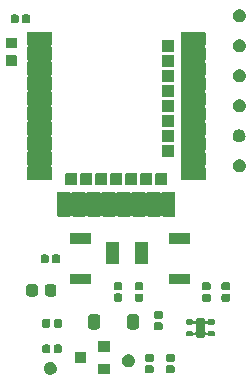
<source format=gts>
G04 #@! TF.GenerationSoftware,KiCad,Pcbnew,7.0.9*
G04 #@! TF.CreationDate,2023-12-13T18:27:35+01:00*
G04 #@! TF.ProjectId,parasite,70617261-7369-4746-952e-6b696361645f,2.0.0*
G04 #@! TF.SameCoordinates,Original*
G04 #@! TF.FileFunction,Soldermask,Top*
G04 #@! TF.FilePolarity,Negative*
%FSLAX46Y46*%
G04 Gerber Fmt 4.6, Leading zero omitted, Abs format (unit mm)*
G04 Created by KiCad (PCBNEW 7.0.9) date 2023-12-13 18:27:35*
%MOMM*%
%LPD*%
G01*
G04 APERTURE LIST*
G04 APERTURE END LIST*
G36*
X61417439Y-58926929D02*
G01*
X61446305Y-58926929D01*
X61479403Y-58935086D01*
X61522609Y-58940775D01*
X61552182Y-58953024D01*
X61575063Y-58958664D01*
X61609752Y-58976870D01*
X61655500Y-58995820D01*
X61676374Y-59011837D01*
X61692483Y-59020292D01*
X61725420Y-59049471D01*
X61769616Y-59083384D01*
X61782174Y-59099751D01*
X61791740Y-59108225D01*
X61819166Y-59147960D01*
X61857180Y-59197500D01*
X61862910Y-59211334D01*
X61867073Y-59217365D01*
X61885132Y-59264984D01*
X61912225Y-59330391D01*
X61913440Y-59339625D01*
X61914097Y-59341356D01*
X61919179Y-59383212D01*
X61931000Y-59473000D01*
X61919178Y-59562795D01*
X61914097Y-59604643D01*
X61913440Y-59606372D01*
X61912225Y-59615609D01*
X61885128Y-59681026D01*
X61867073Y-59728634D01*
X61862911Y-59734663D01*
X61857180Y-59748500D01*
X61819160Y-59798048D01*
X61791740Y-59837774D01*
X61782177Y-59846245D01*
X61769616Y-59862616D01*
X61725411Y-59896534D01*
X61692483Y-59925707D01*
X61676378Y-59934159D01*
X61655500Y-59950180D01*
X61609743Y-59969132D01*
X61575063Y-59987335D01*
X61552187Y-59992973D01*
X61522609Y-60005225D01*
X61479401Y-60010913D01*
X61446305Y-60019071D01*
X61417439Y-60019071D01*
X61380000Y-60024000D01*
X61342561Y-60019071D01*
X61313695Y-60019071D01*
X61280597Y-60010913D01*
X61237391Y-60005225D01*
X61207814Y-59992973D01*
X61184936Y-59987335D01*
X61150251Y-59969130D01*
X61104500Y-59950180D01*
X61083623Y-59934161D01*
X61067516Y-59925707D01*
X61034580Y-59896529D01*
X60990384Y-59862616D01*
X60977824Y-59846248D01*
X60968259Y-59837774D01*
X60940830Y-59798035D01*
X60902820Y-59748500D01*
X60897090Y-59734666D01*
X60892926Y-59728634D01*
X60874859Y-59680998D01*
X60847775Y-59615609D01*
X60846559Y-59606376D01*
X60845902Y-59604643D01*
X60840809Y-59562697D01*
X60829000Y-59473000D01*
X60840807Y-59383310D01*
X60845902Y-59341356D01*
X60846559Y-59339621D01*
X60847775Y-59330391D01*
X60874855Y-59265012D01*
X60892926Y-59217365D01*
X60897091Y-59211330D01*
X60902820Y-59197500D01*
X60940823Y-59147973D01*
X60968259Y-59108225D01*
X60977827Y-59099748D01*
X60990384Y-59083384D01*
X61034572Y-59049477D01*
X61067516Y-59020292D01*
X61083627Y-59011835D01*
X61104500Y-58995820D01*
X61150242Y-58976872D01*
X61184936Y-58958664D01*
X61207818Y-58953024D01*
X61237391Y-58940775D01*
X61280595Y-58935086D01*
X61313695Y-58926929D01*
X61342561Y-58926929D01*
X61380000Y-58922000D01*
X61417439Y-58926929D01*
G37*
G36*
X66405517Y-59070882D02*
G01*
X66422062Y-59081938D01*
X66433118Y-59098483D01*
X66437000Y-59118000D01*
X66437000Y-59918000D01*
X66433118Y-59937517D01*
X66422062Y-59954062D01*
X66405517Y-59965118D01*
X66386000Y-59969000D01*
X65486000Y-59969000D01*
X65466483Y-59965118D01*
X65449938Y-59954062D01*
X65438882Y-59937517D01*
X65435000Y-59918000D01*
X65435000Y-59118000D01*
X65438882Y-59098483D01*
X65449938Y-59081938D01*
X65466483Y-59070882D01*
X65486000Y-59067000D01*
X66386000Y-59067000D01*
X66405517Y-59070882D01*
G37*
G36*
X69950538Y-59211190D02*
G01*
X69982837Y-59215442D01*
X69990962Y-59219231D01*
X70010463Y-59223110D01*
X70036295Y-59240370D01*
X70047248Y-59245478D01*
X70053910Y-59252140D01*
X70074861Y-59266139D01*
X70088859Y-59287089D01*
X70095521Y-59293751D01*
X70100627Y-59304701D01*
X70117890Y-59330537D01*
X70121769Y-59350039D01*
X70125557Y-59358162D01*
X70129807Y-59390450D01*
X70133000Y-59406500D01*
X70133000Y-59701500D01*
X70129806Y-59717552D01*
X70125557Y-59749837D01*
X70121769Y-59757958D01*
X70117890Y-59777463D01*
X70100625Y-59803300D01*
X70095521Y-59814248D01*
X70088861Y-59820907D01*
X70074861Y-59841861D01*
X70053907Y-59855861D01*
X70047248Y-59862521D01*
X70036300Y-59867625D01*
X70010463Y-59884890D01*
X69990958Y-59888769D01*
X69982837Y-59892557D01*
X69950551Y-59896807D01*
X69934500Y-59900000D01*
X69589500Y-59900000D01*
X69573449Y-59896807D01*
X69541162Y-59892557D01*
X69533039Y-59888769D01*
X69513537Y-59884890D01*
X69487701Y-59867627D01*
X69476751Y-59862521D01*
X69470089Y-59855859D01*
X69449139Y-59841861D01*
X69435140Y-59820910D01*
X69428478Y-59814248D01*
X69423370Y-59803295D01*
X69406110Y-59777463D01*
X69402231Y-59757962D01*
X69398442Y-59749837D01*
X69394189Y-59717536D01*
X69391000Y-59701500D01*
X69391000Y-59406500D01*
X69394189Y-59390463D01*
X69398442Y-59358162D01*
X69402231Y-59350035D01*
X69406110Y-59330537D01*
X69423369Y-59304706D01*
X69428478Y-59293751D01*
X69435142Y-59287086D01*
X69449139Y-59266139D01*
X69470086Y-59252142D01*
X69476751Y-59245478D01*
X69487706Y-59240369D01*
X69513537Y-59223110D01*
X69533035Y-59219231D01*
X69541162Y-59215442D01*
X69573465Y-59211189D01*
X69589500Y-59208000D01*
X69934500Y-59208000D01*
X69950538Y-59211190D01*
G37*
G36*
X71728538Y-59211190D02*
G01*
X71760837Y-59215442D01*
X71768962Y-59219231D01*
X71788463Y-59223110D01*
X71814295Y-59240370D01*
X71825248Y-59245478D01*
X71831910Y-59252140D01*
X71852861Y-59266139D01*
X71866859Y-59287089D01*
X71873521Y-59293751D01*
X71878627Y-59304701D01*
X71895890Y-59330537D01*
X71899769Y-59350039D01*
X71903557Y-59358162D01*
X71907807Y-59390450D01*
X71911000Y-59406500D01*
X71911000Y-59701500D01*
X71907806Y-59717552D01*
X71903557Y-59749837D01*
X71899769Y-59757958D01*
X71895890Y-59777463D01*
X71878625Y-59803300D01*
X71873521Y-59814248D01*
X71866861Y-59820907D01*
X71852861Y-59841861D01*
X71831907Y-59855861D01*
X71825248Y-59862521D01*
X71814300Y-59867625D01*
X71788463Y-59884890D01*
X71768958Y-59888769D01*
X71760837Y-59892557D01*
X71728551Y-59896807D01*
X71712500Y-59900000D01*
X71367500Y-59900000D01*
X71351449Y-59896807D01*
X71319162Y-59892557D01*
X71311039Y-59888769D01*
X71291537Y-59884890D01*
X71265701Y-59867627D01*
X71254751Y-59862521D01*
X71248089Y-59855859D01*
X71227139Y-59841861D01*
X71213140Y-59820910D01*
X71206478Y-59814248D01*
X71201370Y-59803295D01*
X71184110Y-59777463D01*
X71180231Y-59757962D01*
X71176442Y-59749837D01*
X71172189Y-59717536D01*
X71169000Y-59701500D01*
X71169000Y-59406500D01*
X71172189Y-59390463D01*
X71176442Y-59358162D01*
X71180231Y-59350035D01*
X71184110Y-59330537D01*
X71201369Y-59304706D01*
X71206478Y-59293751D01*
X71213142Y-59287086D01*
X71227139Y-59266139D01*
X71248086Y-59252142D01*
X71254751Y-59245478D01*
X71265706Y-59240369D01*
X71291537Y-59223110D01*
X71311035Y-59219231D01*
X71319162Y-59215442D01*
X71351465Y-59211189D01*
X71367500Y-59208000D01*
X71712500Y-59208000D01*
X71728538Y-59211190D01*
G37*
G36*
X68021439Y-58291929D02*
G01*
X68050305Y-58291929D01*
X68083403Y-58300086D01*
X68126609Y-58305775D01*
X68156182Y-58318024D01*
X68179063Y-58323664D01*
X68213752Y-58341870D01*
X68259500Y-58360820D01*
X68280374Y-58376837D01*
X68296483Y-58385292D01*
X68329420Y-58414471D01*
X68373616Y-58448384D01*
X68386174Y-58464751D01*
X68395740Y-58473225D01*
X68423166Y-58512960D01*
X68461180Y-58562500D01*
X68466910Y-58576334D01*
X68471073Y-58582365D01*
X68489132Y-58629984D01*
X68516225Y-58695391D01*
X68517440Y-58704625D01*
X68518097Y-58706356D01*
X68523179Y-58748212D01*
X68535000Y-58838000D01*
X68523178Y-58927795D01*
X68518097Y-58969643D01*
X68517440Y-58971372D01*
X68516225Y-58980609D01*
X68489128Y-59046026D01*
X68471073Y-59093634D01*
X68466911Y-59099663D01*
X68461180Y-59113500D01*
X68423160Y-59163048D01*
X68395740Y-59202774D01*
X68386177Y-59211245D01*
X68373616Y-59227616D01*
X68329411Y-59261534D01*
X68296483Y-59290707D01*
X68280378Y-59299159D01*
X68259500Y-59315180D01*
X68213743Y-59334132D01*
X68179063Y-59352335D01*
X68156187Y-59357973D01*
X68126609Y-59370225D01*
X68083401Y-59375913D01*
X68050305Y-59384071D01*
X68021439Y-59384071D01*
X67984000Y-59389000D01*
X67946561Y-59384071D01*
X67917695Y-59384071D01*
X67884597Y-59375913D01*
X67841391Y-59370225D01*
X67811814Y-59357973D01*
X67788936Y-59352335D01*
X67754251Y-59334130D01*
X67708500Y-59315180D01*
X67687623Y-59299161D01*
X67671516Y-59290707D01*
X67638580Y-59261529D01*
X67594384Y-59227616D01*
X67581824Y-59211248D01*
X67572259Y-59202774D01*
X67544830Y-59163035D01*
X67506820Y-59113500D01*
X67501090Y-59099666D01*
X67496926Y-59093634D01*
X67478859Y-59045998D01*
X67451775Y-58980609D01*
X67450559Y-58971376D01*
X67449902Y-58969643D01*
X67444809Y-58927697D01*
X67433000Y-58838000D01*
X67444807Y-58748310D01*
X67449902Y-58706356D01*
X67450559Y-58704621D01*
X67451775Y-58695391D01*
X67478855Y-58630012D01*
X67496926Y-58582365D01*
X67501091Y-58576330D01*
X67506820Y-58562500D01*
X67544823Y-58512973D01*
X67572259Y-58473225D01*
X67581827Y-58464748D01*
X67594384Y-58448384D01*
X67638572Y-58414477D01*
X67671516Y-58385292D01*
X67687627Y-58376835D01*
X67708500Y-58360820D01*
X67754242Y-58341872D01*
X67788936Y-58323664D01*
X67811818Y-58318024D01*
X67841391Y-58305775D01*
X67884595Y-58300086D01*
X67917695Y-58291929D01*
X67946561Y-58291929D01*
X67984000Y-58287000D01*
X68021439Y-58291929D01*
G37*
G36*
X64405517Y-58120882D02*
G01*
X64422062Y-58131938D01*
X64433118Y-58148483D01*
X64437000Y-58168000D01*
X64437000Y-58968000D01*
X64433118Y-58987517D01*
X64422062Y-59004062D01*
X64405517Y-59015118D01*
X64386000Y-59019000D01*
X63486000Y-59019000D01*
X63466483Y-59015118D01*
X63449938Y-59004062D01*
X63438882Y-58987517D01*
X63435000Y-58968000D01*
X63435000Y-58168000D01*
X63438882Y-58148483D01*
X63449938Y-58131938D01*
X63466483Y-58120882D01*
X63486000Y-58117000D01*
X64386000Y-58117000D01*
X64405517Y-58120882D01*
G37*
G36*
X69950538Y-58241190D02*
G01*
X69982837Y-58245442D01*
X69990962Y-58249231D01*
X70010463Y-58253110D01*
X70036295Y-58270370D01*
X70047248Y-58275478D01*
X70053910Y-58282140D01*
X70074861Y-58296139D01*
X70088859Y-58317089D01*
X70095521Y-58323751D01*
X70100627Y-58334701D01*
X70117890Y-58360537D01*
X70121769Y-58380039D01*
X70125557Y-58388162D01*
X70129807Y-58420450D01*
X70133000Y-58436500D01*
X70133000Y-58731500D01*
X70129806Y-58747552D01*
X70125557Y-58779837D01*
X70121769Y-58787958D01*
X70117890Y-58807463D01*
X70100625Y-58833300D01*
X70095521Y-58844248D01*
X70088861Y-58850907D01*
X70074861Y-58871861D01*
X70053907Y-58885861D01*
X70047248Y-58892521D01*
X70036300Y-58897625D01*
X70010463Y-58914890D01*
X69990958Y-58918769D01*
X69982837Y-58922557D01*
X69950551Y-58926807D01*
X69934500Y-58930000D01*
X69589500Y-58930000D01*
X69573449Y-58926807D01*
X69541162Y-58922557D01*
X69533039Y-58918769D01*
X69513537Y-58914890D01*
X69487701Y-58897627D01*
X69476751Y-58892521D01*
X69470089Y-58885859D01*
X69449139Y-58871861D01*
X69435140Y-58850910D01*
X69428478Y-58844248D01*
X69423370Y-58833295D01*
X69406110Y-58807463D01*
X69402231Y-58787962D01*
X69398442Y-58779837D01*
X69394189Y-58747536D01*
X69391000Y-58731500D01*
X69391000Y-58436500D01*
X69394189Y-58420463D01*
X69398442Y-58388162D01*
X69402231Y-58380035D01*
X69406110Y-58360537D01*
X69423369Y-58334706D01*
X69428478Y-58323751D01*
X69435142Y-58317086D01*
X69449139Y-58296139D01*
X69470086Y-58282142D01*
X69476751Y-58275478D01*
X69487706Y-58270369D01*
X69513537Y-58253110D01*
X69533035Y-58249231D01*
X69541162Y-58245442D01*
X69573465Y-58241189D01*
X69589500Y-58238000D01*
X69934500Y-58238000D01*
X69950538Y-58241190D01*
G37*
G36*
X71728538Y-58241190D02*
G01*
X71760837Y-58245442D01*
X71768962Y-58249231D01*
X71788463Y-58253110D01*
X71814295Y-58270370D01*
X71825248Y-58275478D01*
X71831910Y-58282140D01*
X71852861Y-58296139D01*
X71866859Y-58317089D01*
X71873521Y-58323751D01*
X71878627Y-58334701D01*
X71895890Y-58360537D01*
X71899769Y-58380039D01*
X71903557Y-58388162D01*
X71907807Y-58420450D01*
X71911000Y-58436500D01*
X71911000Y-58731500D01*
X71907806Y-58747552D01*
X71903557Y-58779837D01*
X71899769Y-58787958D01*
X71895890Y-58807463D01*
X71878625Y-58833300D01*
X71873521Y-58844248D01*
X71866861Y-58850907D01*
X71852861Y-58871861D01*
X71831907Y-58885861D01*
X71825248Y-58892521D01*
X71814300Y-58897625D01*
X71788463Y-58914890D01*
X71768958Y-58918769D01*
X71760837Y-58922557D01*
X71728551Y-58926807D01*
X71712500Y-58930000D01*
X71367500Y-58930000D01*
X71351449Y-58926807D01*
X71319162Y-58922557D01*
X71311039Y-58918769D01*
X71291537Y-58914890D01*
X71265701Y-58897627D01*
X71254751Y-58892521D01*
X71248089Y-58885859D01*
X71227139Y-58871861D01*
X71213140Y-58850910D01*
X71206478Y-58844248D01*
X71201370Y-58833295D01*
X71184110Y-58807463D01*
X71180231Y-58787962D01*
X71176442Y-58779837D01*
X71172189Y-58747536D01*
X71169000Y-58731500D01*
X71169000Y-58436500D01*
X71172189Y-58420463D01*
X71176442Y-58388162D01*
X71180231Y-58380035D01*
X71184110Y-58360537D01*
X71201369Y-58334706D01*
X71206478Y-58323751D01*
X71213142Y-58317086D01*
X71227139Y-58296139D01*
X71248086Y-58282142D01*
X71254751Y-58275478D01*
X71265706Y-58270369D01*
X71291537Y-58253110D01*
X71311035Y-58249231D01*
X71319162Y-58245442D01*
X71351465Y-58241189D01*
X71367500Y-58238000D01*
X71712500Y-58238000D01*
X71728538Y-58241190D01*
G37*
G36*
X61208538Y-57454190D02*
G01*
X61240837Y-57458442D01*
X61248962Y-57462231D01*
X61268463Y-57466110D01*
X61294295Y-57483370D01*
X61305248Y-57488478D01*
X61311910Y-57495140D01*
X61332861Y-57509139D01*
X61346859Y-57530089D01*
X61353521Y-57536751D01*
X61358627Y-57547701D01*
X61375890Y-57573537D01*
X61379769Y-57593039D01*
X61383557Y-57601162D01*
X61387807Y-57633450D01*
X61391000Y-57649500D01*
X61391000Y-57994500D01*
X61387806Y-58010552D01*
X61383557Y-58042837D01*
X61379769Y-58050958D01*
X61375890Y-58070463D01*
X61358625Y-58096300D01*
X61353521Y-58107248D01*
X61346861Y-58113907D01*
X61332861Y-58134861D01*
X61311907Y-58148861D01*
X61305248Y-58155521D01*
X61294300Y-58160625D01*
X61268463Y-58177890D01*
X61248958Y-58181769D01*
X61240837Y-58185557D01*
X61208551Y-58189807D01*
X61192500Y-58193000D01*
X60897500Y-58193000D01*
X60881449Y-58189807D01*
X60849162Y-58185557D01*
X60841039Y-58181769D01*
X60821537Y-58177890D01*
X60795701Y-58160627D01*
X60784751Y-58155521D01*
X60778089Y-58148859D01*
X60757139Y-58134861D01*
X60743140Y-58113910D01*
X60736478Y-58107248D01*
X60731370Y-58096295D01*
X60714110Y-58070463D01*
X60710231Y-58050962D01*
X60706442Y-58042837D01*
X60702189Y-58010536D01*
X60699000Y-57994500D01*
X60699000Y-57649500D01*
X60702189Y-57633463D01*
X60706442Y-57601162D01*
X60710231Y-57593035D01*
X60714110Y-57573537D01*
X60731369Y-57547706D01*
X60736478Y-57536751D01*
X60743142Y-57530086D01*
X60757139Y-57509139D01*
X60778086Y-57495142D01*
X60784751Y-57488478D01*
X60795706Y-57483369D01*
X60821537Y-57466110D01*
X60841035Y-57462231D01*
X60849162Y-57458442D01*
X60881465Y-57454189D01*
X60897500Y-57451000D01*
X61192500Y-57451000D01*
X61208538Y-57454190D01*
G37*
G36*
X62178538Y-57454190D02*
G01*
X62210837Y-57458442D01*
X62218962Y-57462231D01*
X62238463Y-57466110D01*
X62264295Y-57483370D01*
X62275248Y-57488478D01*
X62281910Y-57495140D01*
X62302861Y-57509139D01*
X62316859Y-57530089D01*
X62323521Y-57536751D01*
X62328627Y-57547701D01*
X62345890Y-57573537D01*
X62349769Y-57593039D01*
X62353557Y-57601162D01*
X62357807Y-57633450D01*
X62361000Y-57649500D01*
X62361000Y-57994500D01*
X62357806Y-58010552D01*
X62353557Y-58042837D01*
X62349769Y-58050958D01*
X62345890Y-58070463D01*
X62328625Y-58096300D01*
X62323521Y-58107248D01*
X62316861Y-58113907D01*
X62302861Y-58134861D01*
X62281907Y-58148861D01*
X62275248Y-58155521D01*
X62264300Y-58160625D01*
X62238463Y-58177890D01*
X62218958Y-58181769D01*
X62210837Y-58185557D01*
X62178551Y-58189807D01*
X62162500Y-58193000D01*
X61867500Y-58193000D01*
X61851449Y-58189807D01*
X61819162Y-58185557D01*
X61811039Y-58181769D01*
X61791537Y-58177890D01*
X61765701Y-58160627D01*
X61754751Y-58155521D01*
X61748089Y-58148859D01*
X61727139Y-58134861D01*
X61713140Y-58113910D01*
X61706478Y-58107248D01*
X61701370Y-58096295D01*
X61684110Y-58070463D01*
X61680231Y-58050962D01*
X61676442Y-58042837D01*
X61672189Y-58010536D01*
X61669000Y-57994500D01*
X61669000Y-57649500D01*
X61672189Y-57633463D01*
X61676442Y-57601162D01*
X61680231Y-57593035D01*
X61684110Y-57573537D01*
X61701369Y-57547706D01*
X61706478Y-57536751D01*
X61713142Y-57530086D01*
X61727139Y-57509139D01*
X61748086Y-57495142D01*
X61754751Y-57488478D01*
X61765706Y-57483369D01*
X61791537Y-57466110D01*
X61811035Y-57462231D01*
X61819162Y-57458442D01*
X61851465Y-57454189D01*
X61867500Y-57451000D01*
X62162500Y-57451000D01*
X62178538Y-57454190D01*
G37*
G36*
X66405517Y-57170882D02*
G01*
X66422062Y-57181938D01*
X66433118Y-57198483D01*
X66437000Y-57218000D01*
X66437000Y-58018000D01*
X66433118Y-58037517D01*
X66422062Y-58054062D01*
X66405517Y-58065118D01*
X66386000Y-58069000D01*
X65486000Y-58069000D01*
X65466483Y-58065118D01*
X65449938Y-58054062D01*
X65438882Y-58037517D01*
X65435000Y-58018000D01*
X65435000Y-57218000D01*
X65438882Y-57198483D01*
X65449938Y-57181938D01*
X65466483Y-57170882D01*
X65486000Y-57167000D01*
X66386000Y-57167000D01*
X66405517Y-57170882D01*
G37*
G36*
X74279794Y-55197931D02*
G01*
X74317802Y-55203469D01*
X74324778Y-55206879D01*
X74341486Y-55210203D01*
X74368506Y-55228257D01*
X74385317Y-55236476D01*
X74394400Y-55245559D01*
X74414806Y-55259194D01*
X74428440Y-55279599D01*
X74437523Y-55288682D01*
X74445740Y-55305490D01*
X74463797Y-55332514D01*
X74467120Y-55349223D01*
X74470530Y-55356197D01*
X74476064Y-55394185D01*
X74481000Y-55419000D01*
X74481000Y-55428067D01*
X74481392Y-55430758D01*
X74648926Y-55468608D01*
X74688318Y-55409652D01*
X74689543Y-55403498D01*
X74719566Y-55358566D01*
X74764498Y-55328543D01*
X74817500Y-55318000D01*
X75192500Y-55318000D01*
X75245502Y-55328543D01*
X75290434Y-55358566D01*
X75320457Y-55403498D01*
X75331000Y-55456500D01*
X75331000Y-55631500D01*
X75320457Y-55684502D01*
X75290434Y-55729434D01*
X75245502Y-55759457D01*
X75192500Y-55770000D01*
X74817500Y-55770000D01*
X74764498Y-55759457D01*
X74719566Y-55729434D01*
X74689543Y-55684502D01*
X74688318Y-55678345D01*
X74658427Y-55633609D01*
X74481000Y-55687430D01*
X74481000Y-56400566D01*
X74658424Y-56454389D01*
X74688319Y-56409648D01*
X74689543Y-56403498D01*
X74719566Y-56358566D01*
X74764498Y-56328543D01*
X74817500Y-56318000D01*
X75192500Y-56318000D01*
X75245502Y-56328543D01*
X75290434Y-56358566D01*
X75320457Y-56403498D01*
X75331000Y-56456500D01*
X75331000Y-56631500D01*
X75320457Y-56684502D01*
X75290434Y-56729434D01*
X75245502Y-56759457D01*
X75192500Y-56770000D01*
X74817500Y-56770000D01*
X74764498Y-56759457D01*
X74719566Y-56729434D01*
X74689543Y-56684502D01*
X74688318Y-56678346D01*
X74648926Y-56619392D01*
X74481392Y-56657242D01*
X74481000Y-56659932D01*
X74481000Y-56669000D01*
X74476063Y-56693815D01*
X74470530Y-56731802D01*
X74467120Y-56738775D01*
X74463797Y-56755486D01*
X74445738Y-56782512D01*
X74437523Y-56799317D01*
X74428442Y-56808397D01*
X74414806Y-56828806D01*
X74394397Y-56842442D01*
X74385317Y-56851523D01*
X74368512Y-56859738D01*
X74341486Y-56877797D01*
X74324775Y-56881120D01*
X74317802Y-56884530D01*
X74279810Y-56890064D01*
X74255000Y-56895000D01*
X73905000Y-56895000D01*
X73880189Y-56890064D01*
X73842197Y-56884530D01*
X73835223Y-56881120D01*
X73818514Y-56877797D01*
X73791490Y-56859740D01*
X73774682Y-56851523D01*
X73765599Y-56842440D01*
X73745194Y-56828806D01*
X73731559Y-56808400D01*
X73722476Y-56799317D01*
X73714258Y-56782508D01*
X73696203Y-56755486D01*
X73692879Y-56738775D01*
X73689468Y-56731798D01*
X73683916Y-56693717D01*
X73679000Y-56669000D01*
X73679000Y-56659991D01*
X73678598Y-56657234D01*
X73511068Y-56619395D01*
X73471682Y-56678341D01*
X73470457Y-56684502D01*
X73440434Y-56729434D01*
X73395502Y-56759457D01*
X73342500Y-56770000D01*
X72967500Y-56770000D01*
X72914498Y-56759457D01*
X72869566Y-56729434D01*
X72839543Y-56684502D01*
X72829000Y-56631500D01*
X72829000Y-56456500D01*
X72839543Y-56403498D01*
X72869566Y-56358566D01*
X72914498Y-56328543D01*
X72967500Y-56318000D01*
X73342500Y-56318000D01*
X73395502Y-56328543D01*
X73440434Y-56358566D01*
X73470457Y-56403498D01*
X73471681Y-56409655D01*
X73501571Y-56454389D01*
X73679000Y-56400568D01*
X73679000Y-55687432D01*
X73501571Y-55633611D01*
X73471682Y-55678343D01*
X73470457Y-55684502D01*
X73440434Y-55729434D01*
X73395502Y-55759457D01*
X73342500Y-55770000D01*
X72967500Y-55770000D01*
X72914498Y-55759457D01*
X72869566Y-55729434D01*
X72839543Y-55684502D01*
X72829000Y-55631500D01*
X72829000Y-55456500D01*
X72839543Y-55403498D01*
X72869566Y-55358566D01*
X72914498Y-55328543D01*
X72967500Y-55318000D01*
X73342500Y-55318000D01*
X73395502Y-55328543D01*
X73440434Y-55358566D01*
X73470457Y-55403498D01*
X73471681Y-55409654D01*
X73511069Y-55468602D01*
X73678595Y-55430766D01*
X73679000Y-55427988D01*
X73679000Y-55419000D01*
X73683907Y-55394326D01*
X73689466Y-55356204D01*
X73692879Y-55349221D01*
X73696203Y-55332514D01*
X73714256Y-55305495D01*
X73722476Y-55288682D01*
X73731561Y-55279596D01*
X73745194Y-55259194D01*
X73765596Y-55245561D01*
X73774682Y-55236476D01*
X73791495Y-55228255D01*
X73818514Y-55210203D01*
X73835219Y-55206880D01*
X73842197Y-55203469D01*
X73880210Y-55197930D01*
X73905000Y-55193000D01*
X74255000Y-55193000D01*
X74279794Y-55197931D01*
G37*
G36*
X70712538Y-55574190D02*
G01*
X70744837Y-55578442D01*
X70752962Y-55582231D01*
X70772463Y-55586110D01*
X70798295Y-55603370D01*
X70809248Y-55608478D01*
X70815910Y-55615140D01*
X70836861Y-55629139D01*
X70850859Y-55650089D01*
X70857521Y-55656751D01*
X70862627Y-55667701D01*
X70879890Y-55693537D01*
X70883769Y-55713039D01*
X70887557Y-55721162D01*
X70891807Y-55753450D01*
X70895000Y-55769500D01*
X70895000Y-56064500D01*
X70891806Y-56080552D01*
X70887557Y-56112837D01*
X70883769Y-56120958D01*
X70879890Y-56140463D01*
X70862625Y-56166300D01*
X70857521Y-56177248D01*
X70850861Y-56183907D01*
X70836861Y-56204861D01*
X70815907Y-56218861D01*
X70809248Y-56225521D01*
X70798300Y-56230625D01*
X70772463Y-56247890D01*
X70752958Y-56251769D01*
X70744837Y-56255557D01*
X70712551Y-56259807D01*
X70696500Y-56263000D01*
X70351500Y-56263000D01*
X70335449Y-56259807D01*
X70303162Y-56255557D01*
X70295039Y-56251769D01*
X70275537Y-56247890D01*
X70249701Y-56230627D01*
X70238751Y-56225521D01*
X70232089Y-56218859D01*
X70211139Y-56204861D01*
X70197140Y-56183910D01*
X70190478Y-56177248D01*
X70185370Y-56166295D01*
X70168110Y-56140463D01*
X70164231Y-56120962D01*
X70160442Y-56112837D01*
X70156189Y-56080536D01*
X70153000Y-56064500D01*
X70153000Y-55769500D01*
X70156189Y-55753463D01*
X70160442Y-55721162D01*
X70164231Y-55713035D01*
X70168110Y-55693537D01*
X70185369Y-55667706D01*
X70190478Y-55656751D01*
X70197142Y-55650086D01*
X70211139Y-55629139D01*
X70232086Y-55615142D01*
X70238751Y-55608478D01*
X70249706Y-55603369D01*
X70275537Y-55586110D01*
X70295035Y-55582231D01*
X70303162Y-55578442D01*
X70335465Y-55574189D01*
X70351500Y-55571000D01*
X70696500Y-55571000D01*
X70712538Y-55574190D01*
G37*
G36*
X65365506Y-54889241D02*
G01*
X65403351Y-54895235D01*
X65408290Y-54897751D01*
X65424690Y-54901014D01*
X65456797Y-54922467D01*
X65481249Y-54934926D01*
X65492939Y-54946616D01*
X65515985Y-54962015D01*
X65531383Y-54985060D01*
X65543073Y-54996750D01*
X65555530Y-55021198D01*
X65576986Y-55053310D01*
X65580248Y-55069711D01*
X65582763Y-55074647D01*
X65588756Y-55112488D01*
X65592999Y-55133818D01*
X65593000Y-55938183D01*
X65588753Y-55959531D01*
X65582764Y-55997351D01*
X65580248Y-56002287D01*
X65576986Y-56018690D01*
X65555528Y-56050803D01*
X65543073Y-56075249D01*
X65531385Y-56086936D01*
X65515985Y-56109985D01*
X65492936Y-56125385D01*
X65481249Y-56137073D01*
X65456804Y-56149528D01*
X65424690Y-56170986D01*
X65408286Y-56174248D01*
X65403352Y-56176763D01*
X65365515Y-56182755D01*
X65344182Y-56186999D01*
X64839817Y-56187000D01*
X64818472Y-56182754D01*
X64780648Y-56176764D01*
X64775710Y-56174248D01*
X64759310Y-56170986D01*
X64727199Y-56149530D01*
X64702750Y-56137073D01*
X64691060Y-56125383D01*
X64668015Y-56109985D01*
X64652616Y-56086939D01*
X64640926Y-56075249D01*
X64628467Y-56050798D01*
X64607014Y-56018690D01*
X64603752Y-56002290D01*
X64601236Y-55997352D01*
X64595239Y-55959491D01*
X64591001Y-55938182D01*
X64591000Y-55932731D01*
X64591000Y-55932725D01*
X64591000Y-55139275D01*
X64591000Y-55139274D01*
X64591000Y-55133817D01*
X64595240Y-55112497D01*
X64601235Y-55074648D01*
X64603752Y-55069707D01*
X64607014Y-55053310D01*
X64628464Y-55021206D01*
X64640926Y-54996750D01*
X64652618Y-54985057D01*
X64668015Y-54962015D01*
X64691057Y-54946618D01*
X64702750Y-54934926D01*
X64727205Y-54922465D01*
X64759310Y-54901014D01*
X64775708Y-54897752D01*
X64780647Y-54895236D01*
X64818512Y-54889238D01*
X64839818Y-54885001D01*
X64845267Y-54885000D01*
X64845274Y-54885000D01*
X65338724Y-54885000D01*
X65344183Y-54885000D01*
X65365506Y-54889241D01*
G37*
G36*
X68665506Y-54889241D02*
G01*
X68703351Y-54895235D01*
X68708290Y-54897751D01*
X68724690Y-54901014D01*
X68756797Y-54922467D01*
X68781249Y-54934926D01*
X68792939Y-54946616D01*
X68815985Y-54962015D01*
X68831383Y-54985060D01*
X68843073Y-54996750D01*
X68855530Y-55021198D01*
X68876986Y-55053310D01*
X68880248Y-55069711D01*
X68882763Y-55074647D01*
X68888756Y-55112488D01*
X68892999Y-55133818D01*
X68893000Y-55938183D01*
X68888753Y-55959531D01*
X68882764Y-55997351D01*
X68880248Y-56002287D01*
X68876986Y-56018690D01*
X68855528Y-56050803D01*
X68843073Y-56075249D01*
X68831385Y-56086936D01*
X68815985Y-56109985D01*
X68792936Y-56125385D01*
X68781249Y-56137073D01*
X68756804Y-56149528D01*
X68724690Y-56170986D01*
X68708286Y-56174248D01*
X68703352Y-56176763D01*
X68665515Y-56182755D01*
X68644182Y-56186999D01*
X68139817Y-56187000D01*
X68118472Y-56182754D01*
X68080648Y-56176764D01*
X68075710Y-56174248D01*
X68059310Y-56170986D01*
X68027199Y-56149530D01*
X68002750Y-56137073D01*
X67991060Y-56125383D01*
X67968015Y-56109985D01*
X67952616Y-56086939D01*
X67940926Y-56075249D01*
X67928467Y-56050798D01*
X67907014Y-56018690D01*
X67903752Y-56002290D01*
X67901236Y-55997352D01*
X67895239Y-55959491D01*
X67891001Y-55938182D01*
X67891000Y-55932731D01*
X67891000Y-55932725D01*
X67891000Y-55139275D01*
X67891000Y-55139274D01*
X67891000Y-55133817D01*
X67895240Y-55112497D01*
X67901235Y-55074648D01*
X67903752Y-55069707D01*
X67907014Y-55053310D01*
X67928464Y-55021206D01*
X67940926Y-54996750D01*
X67952618Y-54985057D01*
X67968015Y-54962015D01*
X67991057Y-54946618D01*
X68002750Y-54934926D01*
X68027205Y-54922465D01*
X68059310Y-54901014D01*
X68075708Y-54897752D01*
X68080647Y-54895236D01*
X68118512Y-54889238D01*
X68139818Y-54885001D01*
X68145267Y-54885000D01*
X68145274Y-54885000D01*
X68638724Y-54885000D01*
X68644183Y-54885000D01*
X68665506Y-54889241D01*
G37*
G36*
X61208538Y-55295190D02*
G01*
X61240837Y-55299442D01*
X61248962Y-55303231D01*
X61268463Y-55307110D01*
X61294295Y-55324370D01*
X61305248Y-55329478D01*
X61311910Y-55336140D01*
X61332861Y-55350139D01*
X61346859Y-55371089D01*
X61353521Y-55377751D01*
X61358627Y-55388701D01*
X61375890Y-55414537D01*
X61379769Y-55434039D01*
X61383557Y-55442162D01*
X61387807Y-55474450D01*
X61391000Y-55490500D01*
X61391000Y-55835500D01*
X61387806Y-55851552D01*
X61383557Y-55883837D01*
X61379769Y-55891958D01*
X61375890Y-55911463D01*
X61358625Y-55937300D01*
X61353521Y-55948248D01*
X61346861Y-55954907D01*
X61332861Y-55975861D01*
X61311907Y-55989861D01*
X61305248Y-55996521D01*
X61294300Y-56001625D01*
X61268463Y-56018890D01*
X61248958Y-56022769D01*
X61240837Y-56026557D01*
X61208551Y-56030807D01*
X61192500Y-56034000D01*
X60897500Y-56034000D01*
X60881449Y-56030807D01*
X60849162Y-56026557D01*
X60841039Y-56022769D01*
X60821537Y-56018890D01*
X60795701Y-56001627D01*
X60784751Y-55996521D01*
X60778089Y-55989859D01*
X60757139Y-55975861D01*
X60743140Y-55954910D01*
X60736478Y-55948248D01*
X60731370Y-55937295D01*
X60714110Y-55911463D01*
X60710231Y-55891962D01*
X60706442Y-55883837D01*
X60702189Y-55851536D01*
X60699000Y-55835500D01*
X60699000Y-55490500D01*
X60702189Y-55474463D01*
X60706442Y-55442162D01*
X60710231Y-55434035D01*
X60714110Y-55414537D01*
X60731369Y-55388706D01*
X60736478Y-55377751D01*
X60743142Y-55371086D01*
X60757139Y-55350139D01*
X60778086Y-55336142D01*
X60784751Y-55329478D01*
X60795706Y-55324369D01*
X60821537Y-55307110D01*
X60841035Y-55303231D01*
X60849162Y-55299442D01*
X60881465Y-55295189D01*
X60897500Y-55292000D01*
X61192500Y-55292000D01*
X61208538Y-55295190D01*
G37*
G36*
X62178538Y-55295190D02*
G01*
X62210837Y-55299442D01*
X62218962Y-55303231D01*
X62238463Y-55307110D01*
X62264295Y-55324370D01*
X62275248Y-55329478D01*
X62281910Y-55336140D01*
X62302861Y-55350139D01*
X62316859Y-55371089D01*
X62323521Y-55377751D01*
X62328627Y-55388701D01*
X62345890Y-55414537D01*
X62349769Y-55434039D01*
X62353557Y-55442162D01*
X62357807Y-55474450D01*
X62361000Y-55490500D01*
X62361000Y-55835500D01*
X62357806Y-55851552D01*
X62353557Y-55883837D01*
X62349769Y-55891958D01*
X62345890Y-55911463D01*
X62328625Y-55937300D01*
X62323521Y-55948248D01*
X62316861Y-55954907D01*
X62302861Y-55975861D01*
X62281907Y-55989861D01*
X62275248Y-55996521D01*
X62264300Y-56001625D01*
X62238463Y-56018890D01*
X62218958Y-56022769D01*
X62210837Y-56026557D01*
X62178551Y-56030807D01*
X62162500Y-56034000D01*
X61867500Y-56034000D01*
X61851449Y-56030807D01*
X61819162Y-56026557D01*
X61811039Y-56022769D01*
X61791537Y-56018890D01*
X61765701Y-56001627D01*
X61754751Y-55996521D01*
X61748089Y-55989859D01*
X61727139Y-55975861D01*
X61713140Y-55954910D01*
X61706478Y-55948248D01*
X61701370Y-55937295D01*
X61684110Y-55911463D01*
X61680231Y-55891962D01*
X61676442Y-55883837D01*
X61672189Y-55851536D01*
X61669000Y-55835500D01*
X61669000Y-55490500D01*
X61672189Y-55474463D01*
X61676442Y-55442162D01*
X61680231Y-55434035D01*
X61684110Y-55414537D01*
X61701369Y-55388706D01*
X61706478Y-55377751D01*
X61713142Y-55371086D01*
X61727139Y-55350139D01*
X61748086Y-55336142D01*
X61754751Y-55329478D01*
X61765706Y-55324369D01*
X61791537Y-55307110D01*
X61811035Y-55303231D01*
X61819162Y-55299442D01*
X61851465Y-55295189D01*
X61867500Y-55292000D01*
X62162500Y-55292000D01*
X62178538Y-55295190D01*
G37*
G36*
X70712538Y-54604190D02*
G01*
X70744837Y-54608442D01*
X70752962Y-54612231D01*
X70772463Y-54616110D01*
X70798295Y-54633370D01*
X70809248Y-54638478D01*
X70815910Y-54645140D01*
X70836861Y-54659139D01*
X70850859Y-54680089D01*
X70857521Y-54686751D01*
X70862627Y-54697701D01*
X70879890Y-54723537D01*
X70883769Y-54743039D01*
X70887557Y-54751162D01*
X70891807Y-54783450D01*
X70895000Y-54799500D01*
X70895000Y-55094500D01*
X70891806Y-55110552D01*
X70887557Y-55142837D01*
X70883769Y-55150958D01*
X70879890Y-55170463D01*
X70862625Y-55196300D01*
X70857521Y-55207248D01*
X70850861Y-55213907D01*
X70836861Y-55234861D01*
X70815907Y-55248861D01*
X70809248Y-55255521D01*
X70798300Y-55260625D01*
X70772463Y-55277890D01*
X70752958Y-55281769D01*
X70744837Y-55285557D01*
X70712551Y-55289807D01*
X70696500Y-55293000D01*
X70351500Y-55293000D01*
X70335449Y-55289807D01*
X70303162Y-55285557D01*
X70295039Y-55281769D01*
X70275537Y-55277890D01*
X70249701Y-55260627D01*
X70238751Y-55255521D01*
X70232089Y-55248859D01*
X70211139Y-55234861D01*
X70197140Y-55213910D01*
X70190478Y-55207248D01*
X70185370Y-55196295D01*
X70168110Y-55170463D01*
X70164231Y-55150962D01*
X70160442Y-55142837D01*
X70156189Y-55110536D01*
X70153000Y-55094500D01*
X70153000Y-54799500D01*
X70156189Y-54783463D01*
X70160442Y-54751162D01*
X70164231Y-54743035D01*
X70168110Y-54723537D01*
X70185369Y-54697706D01*
X70190478Y-54686751D01*
X70197142Y-54680086D01*
X70211139Y-54659139D01*
X70232086Y-54645142D01*
X70238751Y-54638478D01*
X70249706Y-54633369D01*
X70275537Y-54616110D01*
X70295035Y-54612231D01*
X70303162Y-54608442D01*
X70335465Y-54604189D01*
X70351500Y-54601000D01*
X70696500Y-54601000D01*
X70712538Y-54604190D01*
G37*
G36*
X69073038Y-53161190D02*
G01*
X69105337Y-53165442D01*
X69113462Y-53169231D01*
X69132963Y-53173110D01*
X69158795Y-53190370D01*
X69169748Y-53195478D01*
X69176410Y-53202140D01*
X69197361Y-53216139D01*
X69211359Y-53237089D01*
X69218021Y-53243751D01*
X69223127Y-53254701D01*
X69240390Y-53280537D01*
X69244269Y-53300039D01*
X69248057Y-53308162D01*
X69252307Y-53340450D01*
X69255500Y-53356500D01*
X69255500Y-53651500D01*
X69252306Y-53667552D01*
X69248057Y-53699837D01*
X69244269Y-53707958D01*
X69240390Y-53727463D01*
X69223125Y-53753300D01*
X69218021Y-53764248D01*
X69211361Y-53770907D01*
X69197361Y-53791861D01*
X69176407Y-53805861D01*
X69169748Y-53812521D01*
X69158800Y-53817625D01*
X69132963Y-53834890D01*
X69113458Y-53838769D01*
X69105337Y-53842557D01*
X69073051Y-53846807D01*
X69057000Y-53850000D01*
X68712000Y-53850000D01*
X68695949Y-53846807D01*
X68663662Y-53842557D01*
X68655539Y-53838769D01*
X68636037Y-53834890D01*
X68610201Y-53817627D01*
X68599251Y-53812521D01*
X68592589Y-53805859D01*
X68571639Y-53791861D01*
X68557640Y-53770910D01*
X68550978Y-53764248D01*
X68545870Y-53753295D01*
X68528610Y-53727463D01*
X68524731Y-53707962D01*
X68520942Y-53699837D01*
X68516689Y-53667536D01*
X68513500Y-53651500D01*
X68513500Y-53356500D01*
X68516689Y-53340463D01*
X68520942Y-53308162D01*
X68524731Y-53300035D01*
X68528610Y-53280537D01*
X68545869Y-53254706D01*
X68550978Y-53243751D01*
X68557642Y-53237086D01*
X68571639Y-53216139D01*
X68592586Y-53202142D01*
X68599251Y-53195478D01*
X68610206Y-53190369D01*
X68636037Y-53173110D01*
X68655535Y-53169231D01*
X68663662Y-53165442D01*
X68695965Y-53161189D01*
X68712000Y-53158000D01*
X69057000Y-53158000D01*
X69073038Y-53161190D01*
G37*
G36*
X74776538Y-53161190D02*
G01*
X74808837Y-53165442D01*
X74816962Y-53169231D01*
X74836463Y-53173110D01*
X74862295Y-53190370D01*
X74873248Y-53195478D01*
X74879910Y-53202140D01*
X74900861Y-53216139D01*
X74914859Y-53237089D01*
X74921521Y-53243751D01*
X74926627Y-53254701D01*
X74943890Y-53280537D01*
X74947769Y-53300039D01*
X74951557Y-53308162D01*
X74955807Y-53340450D01*
X74959000Y-53356500D01*
X74959000Y-53651500D01*
X74955806Y-53667552D01*
X74951557Y-53699837D01*
X74947769Y-53707958D01*
X74943890Y-53727463D01*
X74926625Y-53753300D01*
X74921521Y-53764248D01*
X74914861Y-53770907D01*
X74900861Y-53791861D01*
X74879907Y-53805861D01*
X74873248Y-53812521D01*
X74862300Y-53817625D01*
X74836463Y-53834890D01*
X74816958Y-53838769D01*
X74808837Y-53842557D01*
X74776551Y-53846807D01*
X74760500Y-53850000D01*
X74415500Y-53850000D01*
X74399449Y-53846807D01*
X74367162Y-53842557D01*
X74359039Y-53838769D01*
X74339537Y-53834890D01*
X74313701Y-53817627D01*
X74302751Y-53812521D01*
X74296089Y-53805859D01*
X74275139Y-53791861D01*
X74261140Y-53770910D01*
X74254478Y-53764248D01*
X74249370Y-53753295D01*
X74232110Y-53727463D01*
X74228231Y-53707962D01*
X74224442Y-53699837D01*
X74220189Y-53667536D01*
X74217000Y-53651500D01*
X74217000Y-53356500D01*
X74220189Y-53340463D01*
X74224442Y-53308162D01*
X74228231Y-53300035D01*
X74232110Y-53280537D01*
X74249369Y-53254706D01*
X74254478Y-53243751D01*
X74261142Y-53237086D01*
X74275139Y-53216139D01*
X74296086Y-53202142D01*
X74302751Y-53195478D01*
X74313706Y-53190369D01*
X74339537Y-53173110D01*
X74359035Y-53169231D01*
X74367162Y-53165442D01*
X74399465Y-53161189D01*
X74415500Y-53158000D01*
X74760500Y-53158000D01*
X74776538Y-53161190D01*
G37*
G36*
X76427538Y-53161190D02*
G01*
X76459837Y-53165442D01*
X76467962Y-53169231D01*
X76487463Y-53173110D01*
X76513295Y-53190370D01*
X76524248Y-53195478D01*
X76530910Y-53202140D01*
X76551861Y-53216139D01*
X76565859Y-53237089D01*
X76572521Y-53243751D01*
X76577627Y-53254701D01*
X76594890Y-53280537D01*
X76598769Y-53300039D01*
X76602557Y-53308162D01*
X76606807Y-53340450D01*
X76610000Y-53356500D01*
X76610000Y-53651500D01*
X76606806Y-53667552D01*
X76602557Y-53699837D01*
X76598769Y-53707958D01*
X76594890Y-53727463D01*
X76577625Y-53753300D01*
X76572521Y-53764248D01*
X76565861Y-53770907D01*
X76551861Y-53791861D01*
X76530907Y-53805861D01*
X76524248Y-53812521D01*
X76513300Y-53817625D01*
X76487463Y-53834890D01*
X76467958Y-53838769D01*
X76459837Y-53842557D01*
X76427551Y-53846807D01*
X76411500Y-53850000D01*
X76066500Y-53850000D01*
X76050449Y-53846807D01*
X76018162Y-53842557D01*
X76010039Y-53838769D01*
X75990537Y-53834890D01*
X75964701Y-53817627D01*
X75953751Y-53812521D01*
X75947089Y-53805859D01*
X75926139Y-53791861D01*
X75912140Y-53770910D01*
X75905478Y-53764248D01*
X75900370Y-53753295D01*
X75883110Y-53727463D01*
X75879231Y-53707962D01*
X75875442Y-53699837D01*
X75871189Y-53667536D01*
X75868000Y-53651500D01*
X75868000Y-53356500D01*
X75871189Y-53340463D01*
X75875442Y-53308162D01*
X75879231Y-53300035D01*
X75883110Y-53280537D01*
X75900369Y-53254706D01*
X75905478Y-53243751D01*
X75912142Y-53237086D01*
X75926139Y-53216139D01*
X75947086Y-53202142D01*
X75953751Y-53195478D01*
X75964706Y-53190369D01*
X75990537Y-53173110D01*
X76010035Y-53169231D01*
X76018162Y-53165442D01*
X76050465Y-53161189D01*
X76066500Y-53158000D01*
X76411500Y-53158000D01*
X76427538Y-53161190D01*
G37*
G36*
X67295038Y-53138190D02*
G01*
X67327337Y-53142442D01*
X67335462Y-53146231D01*
X67354963Y-53150110D01*
X67380795Y-53167370D01*
X67391748Y-53172478D01*
X67398410Y-53179140D01*
X67419361Y-53193139D01*
X67433359Y-53214089D01*
X67440021Y-53220751D01*
X67445127Y-53231701D01*
X67462390Y-53257537D01*
X67466269Y-53277039D01*
X67470057Y-53285162D01*
X67474307Y-53317450D01*
X67477500Y-53333500D01*
X67477500Y-53628500D01*
X67474306Y-53644552D01*
X67470057Y-53676837D01*
X67466269Y-53684958D01*
X67462390Y-53704463D01*
X67445125Y-53730300D01*
X67440021Y-53741248D01*
X67433361Y-53747907D01*
X67419361Y-53768861D01*
X67398407Y-53782861D01*
X67391748Y-53789521D01*
X67380800Y-53794625D01*
X67354963Y-53811890D01*
X67335458Y-53815769D01*
X67327337Y-53819557D01*
X67295051Y-53823807D01*
X67279000Y-53827000D01*
X66934000Y-53827000D01*
X66917949Y-53823807D01*
X66885662Y-53819557D01*
X66877539Y-53815769D01*
X66858037Y-53811890D01*
X66832201Y-53794627D01*
X66821251Y-53789521D01*
X66814589Y-53782859D01*
X66793639Y-53768861D01*
X66779640Y-53747910D01*
X66772978Y-53741248D01*
X66767870Y-53730295D01*
X66750610Y-53704463D01*
X66746731Y-53684962D01*
X66742942Y-53676837D01*
X66738689Y-53644536D01*
X66735500Y-53628500D01*
X66735500Y-53333500D01*
X66738689Y-53317463D01*
X66742942Y-53285162D01*
X66746731Y-53277035D01*
X66750610Y-53257537D01*
X66767869Y-53231706D01*
X66772978Y-53220751D01*
X66779642Y-53214086D01*
X66793639Y-53193139D01*
X66814586Y-53179142D01*
X66821251Y-53172478D01*
X66832206Y-53167369D01*
X66858037Y-53150110D01*
X66877535Y-53146231D01*
X66885662Y-53142442D01*
X66917965Y-53138189D01*
X66934000Y-53135000D01*
X67279000Y-53135000D01*
X67295038Y-53138190D01*
G37*
G36*
X60087694Y-52350646D02*
G01*
X60132126Y-52357684D01*
X60137923Y-52360637D01*
X60152479Y-52363533D01*
X60180973Y-52382572D01*
X60206887Y-52395776D01*
X60219278Y-52408167D01*
X60239992Y-52422008D01*
X60253832Y-52442721D01*
X60266223Y-52455112D01*
X60279425Y-52481023D01*
X60298467Y-52509521D01*
X60301362Y-52524078D01*
X60304315Y-52529873D01*
X60311349Y-52574284D01*
X60319000Y-52612750D01*
X60319000Y-53125250D01*
X60311348Y-53163718D01*
X60304315Y-53208126D01*
X60301362Y-53213919D01*
X60298467Y-53228479D01*
X60279423Y-53256979D01*
X60266223Y-53282887D01*
X60253834Y-53295275D01*
X60239992Y-53315992D01*
X60219275Y-53329834D01*
X60206887Y-53342223D01*
X60180979Y-53355423D01*
X60152479Y-53374467D01*
X60137919Y-53377362D01*
X60132126Y-53380315D01*
X60087718Y-53387348D01*
X60049250Y-53395000D01*
X59611750Y-53395000D01*
X59573284Y-53387349D01*
X59528873Y-53380315D01*
X59523078Y-53377362D01*
X59508521Y-53374467D01*
X59480023Y-53355425D01*
X59454112Y-53342223D01*
X59441721Y-53329832D01*
X59421008Y-53315992D01*
X59407167Y-53295278D01*
X59394776Y-53282887D01*
X59381572Y-53256973D01*
X59362533Y-53228479D01*
X59359637Y-53213923D01*
X59356684Y-53208126D01*
X59349646Y-53163694D01*
X59342000Y-53125250D01*
X59342000Y-52612750D01*
X59349646Y-52574309D01*
X59356684Y-52529873D01*
X59359638Y-52524075D01*
X59362533Y-52509521D01*
X59381570Y-52481029D01*
X59394776Y-52455112D01*
X59407169Y-52442718D01*
X59421008Y-52422008D01*
X59441718Y-52408169D01*
X59454112Y-52395776D01*
X59480029Y-52382570D01*
X59508521Y-52363533D01*
X59523075Y-52360638D01*
X59528873Y-52357684D01*
X59573309Y-52350646D01*
X59611750Y-52343000D01*
X60049250Y-52343000D01*
X60087694Y-52350646D01*
G37*
G36*
X61662694Y-52350646D02*
G01*
X61707126Y-52357684D01*
X61712923Y-52360637D01*
X61727479Y-52363533D01*
X61755973Y-52382572D01*
X61781887Y-52395776D01*
X61794278Y-52408167D01*
X61814992Y-52422008D01*
X61828832Y-52442721D01*
X61841223Y-52455112D01*
X61854425Y-52481023D01*
X61873467Y-52509521D01*
X61876362Y-52524078D01*
X61879315Y-52529873D01*
X61886349Y-52574284D01*
X61894000Y-52612750D01*
X61894000Y-53125250D01*
X61886348Y-53163718D01*
X61879315Y-53208126D01*
X61876362Y-53213919D01*
X61873467Y-53228479D01*
X61854423Y-53256979D01*
X61841223Y-53282887D01*
X61828834Y-53295275D01*
X61814992Y-53315992D01*
X61794275Y-53329834D01*
X61781887Y-53342223D01*
X61755979Y-53355423D01*
X61727479Y-53374467D01*
X61712919Y-53377362D01*
X61707126Y-53380315D01*
X61662718Y-53387348D01*
X61624250Y-53395000D01*
X61186750Y-53395000D01*
X61148284Y-53387349D01*
X61103873Y-53380315D01*
X61098078Y-53377362D01*
X61083521Y-53374467D01*
X61055023Y-53355425D01*
X61029112Y-53342223D01*
X61016721Y-53329832D01*
X60996008Y-53315992D01*
X60982167Y-53295278D01*
X60969776Y-53282887D01*
X60956572Y-53256973D01*
X60937533Y-53228479D01*
X60934637Y-53213923D01*
X60931684Y-53208126D01*
X60924646Y-53163694D01*
X60917000Y-53125250D01*
X60917000Y-52612750D01*
X60924646Y-52574309D01*
X60931684Y-52529873D01*
X60934638Y-52524075D01*
X60937533Y-52509521D01*
X60956570Y-52481029D01*
X60969776Y-52455112D01*
X60982169Y-52442718D01*
X60996008Y-52422008D01*
X61016718Y-52408169D01*
X61029112Y-52395776D01*
X61055029Y-52382570D01*
X61083521Y-52363533D01*
X61098075Y-52360638D01*
X61103873Y-52357684D01*
X61148309Y-52350646D01*
X61186750Y-52343000D01*
X61624250Y-52343000D01*
X61662694Y-52350646D01*
G37*
G36*
X69073038Y-52191190D02*
G01*
X69105337Y-52195442D01*
X69113462Y-52199231D01*
X69132963Y-52203110D01*
X69158795Y-52220370D01*
X69169748Y-52225478D01*
X69176410Y-52232140D01*
X69197361Y-52246139D01*
X69211359Y-52267089D01*
X69218021Y-52273751D01*
X69223127Y-52284701D01*
X69240390Y-52310537D01*
X69244269Y-52330039D01*
X69248057Y-52338162D01*
X69252307Y-52370450D01*
X69255500Y-52386500D01*
X69255500Y-52681500D01*
X69252306Y-52697552D01*
X69248057Y-52729837D01*
X69244269Y-52737958D01*
X69240390Y-52757463D01*
X69223125Y-52783300D01*
X69218021Y-52794248D01*
X69211361Y-52800907D01*
X69197361Y-52821861D01*
X69176407Y-52835861D01*
X69169748Y-52842521D01*
X69158800Y-52847625D01*
X69132963Y-52864890D01*
X69113458Y-52868769D01*
X69105337Y-52872557D01*
X69073051Y-52876807D01*
X69057000Y-52880000D01*
X68712000Y-52880000D01*
X68695949Y-52876807D01*
X68663662Y-52872557D01*
X68655539Y-52868769D01*
X68636037Y-52864890D01*
X68610201Y-52847627D01*
X68599251Y-52842521D01*
X68592589Y-52835859D01*
X68571639Y-52821861D01*
X68557640Y-52800910D01*
X68550978Y-52794248D01*
X68545870Y-52783295D01*
X68528610Y-52757463D01*
X68524731Y-52737962D01*
X68520942Y-52729837D01*
X68516689Y-52697536D01*
X68513500Y-52681500D01*
X68513500Y-52386500D01*
X68516689Y-52370463D01*
X68520942Y-52338162D01*
X68524731Y-52330035D01*
X68528610Y-52310537D01*
X68545869Y-52284706D01*
X68550978Y-52273751D01*
X68557642Y-52267086D01*
X68571639Y-52246139D01*
X68592586Y-52232142D01*
X68599251Y-52225478D01*
X68610206Y-52220369D01*
X68636037Y-52203110D01*
X68655535Y-52199231D01*
X68663662Y-52195442D01*
X68695965Y-52191189D01*
X68712000Y-52188000D01*
X69057000Y-52188000D01*
X69073038Y-52191190D01*
G37*
G36*
X74776538Y-52191190D02*
G01*
X74808837Y-52195442D01*
X74816962Y-52199231D01*
X74836463Y-52203110D01*
X74862295Y-52220370D01*
X74873248Y-52225478D01*
X74879910Y-52232140D01*
X74900861Y-52246139D01*
X74914859Y-52267089D01*
X74921521Y-52273751D01*
X74926627Y-52284701D01*
X74943890Y-52310537D01*
X74947769Y-52330039D01*
X74951557Y-52338162D01*
X74955807Y-52370450D01*
X74959000Y-52386500D01*
X74959000Y-52681500D01*
X74955806Y-52697552D01*
X74951557Y-52729837D01*
X74947769Y-52737958D01*
X74943890Y-52757463D01*
X74926625Y-52783300D01*
X74921521Y-52794248D01*
X74914861Y-52800907D01*
X74900861Y-52821861D01*
X74879907Y-52835861D01*
X74873248Y-52842521D01*
X74862300Y-52847625D01*
X74836463Y-52864890D01*
X74816958Y-52868769D01*
X74808837Y-52872557D01*
X74776551Y-52876807D01*
X74760500Y-52880000D01*
X74415500Y-52880000D01*
X74399449Y-52876807D01*
X74367162Y-52872557D01*
X74359039Y-52868769D01*
X74339537Y-52864890D01*
X74313701Y-52847627D01*
X74302751Y-52842521D01*
X74296089Y-52835859D01*
X74275139Y-52821861D01*
X74261140Y-52800910D01*
X74254478Y-52794248D01*
X74249370Y-52783295D01*
X74232110Y-52757463D01*
X74228231Y-52737962D01*
X74224442Y-52729837D01*
X74220189Y-52697536D01*
X74217000Y-52681500D01*
X74217000Y-52386500D01*
X74220189Y-52370463D01*
X74224442Y-52338162D01*
X74228231Y-52330035D01*
X74232110Y-52310537D01*
X74249369Y-52284706D01*
X74254478Y-52273751D01*
X74261142Y-52267086D01*
X74275139Y-52246139D01*
X74296086Y-52232142D01*
X74302751Y-52225478D01*
X74313706Y-52220369D01*
X74339537Y-52203110D01*
X74359035Y-52199231D01*
X74367162Y-52195442D01*
X74399465Y-52191189D01*
X74415500Y-52188000D01*
X74760500Y-52188000D01*
X74776538Y-52191190D01*
G37*
G36*
X76427538Y-52191190D02*
G01*
X76459837Y-52195442D01*
X76467962Y-52199231D01*
X76487463Y-52203110D01*
X76513295Y-52220370D01*
X76524248Y-52225478D01*
X76530910Y-52232140D01*
X76551861Y-52246139D01*
X76565859Y-52267089D01*
X76572521Y-52273751D01*
X76577627Y-52284701D01*
X76594890Y-52310537D01*
X76598769Y-52330039D01*
X76602557Y-52338162D01*
X76606807Y-52370450D01*
X76610000Y-52386500D01*
X76610000Y-52681500D01*
X76606806Y-52697552D01*
X76602557Y-52729837D01*
X76598769Y-52737958D01*
X76594890Y-52757463D01*
X76577625Y-52783300D01*
X76572521Y-52794248D01*
X76565861Y-52800907D01*
X76551861Y-52821861D01*
X76530907Y-52835861D01*
X76524248Y-52842521D01*
X76513300Y-52847625D01*
X76487463Y-52864890D01*
X76467958Y-52868769D01*
X76459837Y-52872557D01*
X76427551Y-52876807D01*
X76411500Y-52880000D01*
X76066500Y-52880000D01*
X76050449Y-52876807D01*
X76018162Y-52872557D01*
X76010039Y-52868769D01*
X75990537Y-52864890D01*
X75964701Y-52847627D01*
X75953751Y-52842521D01*
X75947089Y-52835859D01*
X75926139Y-52821861D01*
X75912140Y-52800910D01*
X75905478Y-52794248D01*
X75900370Y-52783295D01*
X75883110Y-52757463D01*
X75879231Y-52737962D01*
X75875442Y-52729837D01*
X75871189Y-52697536D01*
X75868000Y-52681500D01*
X75868000Y-52386500D01*
X75871189Y-52370463D01*
X75875442Y-52338162D01*
X75879231Y-52330035D01*
X75883110Y-52310537D01*
X75900369Y-52284706D01*
X75905478Y-52273751D01*
X75912142Y-52267086D01*
X75926139Y-52246139D01*
X75947086Y-52232142D01*
X75953751Y-52225478D01*
X75964706Y-52220369D01*
X75990537Y-52203110D01*
X76010035Y-52199231D01*
X76018162Y-52195442D01*
X76050465Y-52191189D01*
X76066500Y-52188000D01*
X76411500Y-52188000D01*
X76427538Y-52191190D01*
G37*
G36*
X67295038Y-52168190D02*
G01*
X67327337Y-52172442D01*
X67335462Y-52176231D01*
X67354963Y-52180110D01*
X67380795Y-52197370D01*
X67391748Y-52202478D01*
X67398410Y-52209140D01*
X67419361Y-52223139D01*
X67433359Y-52244089D01*
X67440021Y-52250751D01*
X67445127Y-52261701D01*
X67462390Y-52287537D01*
X67466269Y-52307039D01*
X67470057Y-52315162D01*
X67474307Y-52347450D01*
X67477500Y-52363500D01*
X67477500Y-52658500D01*
X67474306Y-52674552D01*
X67470057Y-52706837D01*
X67466269Y-52714958D01*
X67462390Y-52734463D01*
X67445125Y-52760300D01*
X67440021Y-52771248D01*
X67433361Y-52777907D01*
X67419361Y-52798861D01*
X67398407Y-52812861D01*
X67391748Y-52819521D01*
X67380800Y-52824625D01*
X67354963Y-52841890D01*
X67335458Y-52845769D01*
X67327337Y-52849557D01*
X67295051Y-52853807D01*
X67279000Y-52857000D01*
X66934000Y-52857000D01*
X66917949Y-52853807D01*
X66885662Y-52849557D01*
X66877539Y-52845769D01*
X66858037Y-52841890D01*
X66832201Y-52824627D01*
X66821251Y-52819521D01*
X66814589Y-52812859D01*
X66793639Y-52798861D01*
X66779640Y-52777910D01*
X66772978Y-52771248D01*
X66767870Y-52760295D01*
X66750610Y-52734463D01*
X66746731Y-52714962D01*
X66742942Y-52706837D01*
X66738689Y-52674536D01*
X66735500Y-52658500D01*
X66735500Y-52363500D01*
X66738689Y-52347463D01*
X66742942Y-52315162D01*
X66746731Y-52307035D01*
X66750610Y-52287537D01*
X66767869Y-52261706D01*
X66772978Y-52250751D01*
X66779642Y-52244086D01*
X66793639Y-52223139D01*
X66814586Y-52209142D01*
X66821251Y-52202478D01*
X66832206Y-52197369D01*
X66858037Y-52180110D01*
X66877535Y-52176231D01*
X66885662Y-52172442D01*
X66917965Y-52168189D01*
X66934000Y-52165000D01*
X67279000Y-52165000D01*
X67295038Y-52168190D01*
G37*
G36*
X64789517Y-51454882D02*
G01*
X64806062Y-51465938D01*
X64817118Y-51482483D01*
X64821000Y-51502000D01*
X64821000Y-52302000D01*
X64817118Y-52321517D01*
X64806062Y-52338062D01*
X64789517Y-52349118D01*
X64770000Y-52353000D01*
X63070000Y-52353000D01*
X63050483Y-52349118D01*
X63033938Y-52338062D01*
X63022882Y-52321517D01*
X63019000Y-52302000D01*
X63019000Y-51502000D01*
X63022882Y-51482483D01*
X63033938Y-51465938D01*
X63050483Y-51454882D01*
X63070000Y-51451000D01*
X64770000Y-51451000D01*
X64789517Y-51454882D01*
G37*
G36*
X73171517Y-51454882D02*
G01*
X73188062Y-51465938D01*
X73199118Y-51482483D01*
X73203000Y-51502000D01*
X73203000Y-52302000D01*
X73199118Y-52321517D01*
X73188062Y-52338062D01*
X73171517Y-52349118D01*
X73152000Y-52353000D01*
X71452000Y-52353000D01*
X71432483Y-52349118D01*
X71415938Y-52338062D01*
X71404882Y-52321517D01*
X71401000Y-52302000D01*
X71401000Y-51502000D01*
X71404882Y-51482483D01*
X71415938Y-51465938D01*
X71432483Y-51454882D01*
X71452000Y-51451000D01*
X73152000Y-51451000D01*
X73171517Y-51454882D01*
G37*
G36*
X67158017Y-48746882D02*
G01*
X67174562Y-48757938D01*
X67185618Y-48774483D01*
X67189500Y-48794000D01*
X67189500Y-50594000D01*
X67185618Y-50613517D01*
X67174562Y-50630062D01*
X67158017Y-50641118D01*
X67138500Y-50645000D01*
X66138500Y-50645000D01*
X66118983Y-50641118D01*
X66102438Y-50630062D01*
X66091382Y-50613517D01*
X66087500Y-50594000D01*
X66087500Y-48794000D01*
X66091382Y-48774483D01*
X66102438Y-48757938D01*
X66118983Y-48746882D01*
X66138500Y-48743000D01*
X67138500Y-48743000D01*
X67158017Y-48746882D01*
G37*
G36*
X69658017Y-48746882D02*
G01*
X69674562Y-48757938D01*
X69685618Y-48774483D01*
X69689500Y-48794000D01*
X69689500Y-50594000D01*
X69685618Y-50613517D01*
X69674562Y-50630062D01*
X69658017Y-50641118D01*
X69638500Y-50645000D01*
X68638500Y-50645000D01*
X68618983Y-50641118D01*
X68602438Y-50630062D01*
X68591382Y-50613517D01*
X68587500Y-50594000D01*
X68587500Y-48794000D01*
X68591382Y-48774483D01*
X68602438Y-48757938D01*
X68618983Y-48746882D01*
X68638500Y-48743000D01*
X69638500Y-48743000D01*
X69658017Y-48746882D01*
G37*
G36*
X61058538Y-49834190D02*
G01*
X61090837Y-49838442D01*
X61098962Y-49842231D01*
X61118463Y-49846110D01*
X61144295Y-49863370D01*
X61155248Y-49868478D01*
X61161910Y-49875140D01*
X61182861Y-49889139D01*
X61196859Y-49910089D01*
X61203521Y-49916751D01*
X61208627Y-49927701D01*
X61225890Y-49953537D01*
X61229769Y-49973039D01*
X61233557Y-49981162D01*
X61237807Y-50013450D01*
X61241000Y-50029500D01*
X61241000Y-50374500D01*
X61237806Y-50390552D01*
X61233557Y-50422837D01*
X61229769Y-50430958D01*
X61225890Y-50450463D01*
X61208625Y-50476300D01*
X61203521Y-50487248D01*
X61196861Y-50493907D01*
X61182861Y-50514861D01*
X61161907Y-50528861D01*
X61155248Y-50535521D01*
X61144300Y-50540625D01*
X61118463Y-50557890D01*
X61098958Y-50561769D01*
X61090837Y-50565557D01*
X61058551Y-50569807D01*
X61042500Y-50573000D01*
X60747500Y-50573000D01*
X60731449Y-50569807D01*
X60699162Y-50565557D01*
X60691039Y-50561769D01*
X60671537Y-50557890D01*
X60645701Y-50540627D01*
X60634751Y-50535521D01*
X60628089Y-50528859D01*
X60607139Y-50514861D01*
X60593140Y-50493910D01*
X60586478Y-50487248D01*
X60581370Y-50476295D01*
X60564110Y-50450463D01*
X60560231Y-50430962D01*
X60556442Y-50422837D01*
X60552189Y-50390536D01*
X60549000Y-50374500D01*
X60549000Y-50029500D01*
X60552189Y-50013463D01*
X60556442Y-49981162D01*
X60560231Y-49973035D01*
X60564110Y-49953537D01*
X60581369Y-49927706D01*
X60586478Y-49916751D01*
X60593142Y-49910086D01*
X60607139Y-49889139D01*
X60628086Y-49875142D01*
X60634751Y-49868478D01*
X60645706Y-49863369D01*
X60671537Y-49846110D01*
X60691035Y-49842231D01*
X60699162Y-49838442D01*
X60731465Y-49834189D01*
X60747500Y-49831000D01*
X61042500Y-49831000D01*
X61058538Y-49834190D01*
G37*
G36*
X62028538Y-49834190D02*
G01*
X62060837Y-49838442D01*
X62068962Y-49842231D01*
X62088463Y-49846110D01*
X62114295Y-49863370D01*
X62125248Y-49868478D01*
X62131910Y-49875140D01*
X62152861Y-49889139D01*
X62166859Y-49910089D01*
X62173521Y-49916751D01*
X62178627Y-49927701D01*
X62195890Y-49953537D01*
X62199769Y-49973039D01*
X62203557Y-49981162D01*
X62207807Y-50013450D01*
X62211000Y-50029500D01*
X62211000Y-50374500D01*
X62207806Y-50390552D01*
X62203557Y-50422837D01*
X62199769Y-50430958D01*
X62195890Y-50450463D01*
X62178625Y-50476300D01*
X62173521Y-50487248D01*
X62166861Y-50493907D01*
X62152861Y-50514861D01*
X62131907Y-50528861D01*
X62125248Y-50535521D01*
X62114300Y-50540625D01*
X62088463Y-50557890D01*
X62068958Y-50561769D01*
X62060837Y-50565557D01*
X62028551Y-50569807D01*
X62012500Y-50573000D01*
X61717500Y-50573000D01*
X61701449Y-50569807D01*
X61669162Y-50565557D01*
X61661039Y-50561769D01*
X61641537Y-50557890D01*
X61615701Y-50540627D01*
X61604751Y-50535521D01*
X61598089Y-50528859D01*
X61577139Y-50514861D01*
X61563140Y-50493910D01*
X61556478Y-50487248D01*
X61551370Y-50476295D01*
X61534110Y-50450463D01*
X61530231Y-50430962D01*
X61526442Y-50422837D01*
X61522189Y-50390536D01*
X61519000Y-50374500D01*
X61519000Y-50029500D01*
X61522189Y-50013463D01*
X61526442Y-49981162D01*
X61530231Y-49973035D01*
X61534110Y-49953537D01*
X61551369Y-49927706D01*
X61556478Y-49916751D01*
X61563142Y-49910086D01*
X61577139Y-49889139D01*
X61598086Y-49875142D01*
X61604751Y-49868478D01*
X61615706Y-49863369D01*
X61641537Y-49846110D01*
X61661035Y-49842231D01*
X61669162Y-49838442D01*
X61701465Y-49834189D01*
X61717500Y-49831000D01*
X62012500Y-49831000D01*
X62028538Y-49834190D01*
G37*
G36*
X64789517Y-48054882D02*
G01*
X64806062Y-48065938D01*
X64817118Y-48082483D01*
X64821000Y-48102000D01*
X64821000Y-48902000D01*
X64817118Y-48921517D01*
X64806062Y-48938062D01*
X64789517Y-48949118D01*
X64770000Y-48953000D01*
X63070000Y-48953000D01*
X63050483Y-48949118D01*
X63033938Y-48938062D01*
X63022882Y-48921517D01*
X63019000Y-48902000D01*
X63019000Y-48102000D01*
X63022882Y-48082483D01*
X63033938Y-48065938D01*
X63050483Y-48054882D01*
X63070000Y-48051000D01*
X64770000Y-48051000D01*
X64789517Y-48054882D01*
G37*
G36*
X73171517Y-48054882D02*
G01*
X73188062Y-48065938D01*
X73199118Y-48082483D01*
X73203000Y-48102000D01*
X73203000Y-48902000D01*
X73199118Y-48921517D01*
X73188062Y-48938062D01*
X73171517Y-48949118D01*
X73152000Y-48953000D01*
X71452000Y-48953000D01*
X71432483Y-48949118D01*
X71415938Y-48938062D01*
X71404882Y-48921517D01*
X71401000Y-48902000D01*
X71401000Y-48102000D01*
X71404882Y-48082483D01*
X71415938Y-48065938D01*
X71432483Y-48054882D01*
X71452000Y-48051000D01*
X73152000Y-48051000D01*
X73171517Y-48054882D01*
G37*
G36*
X63047517Y-44525432D02*
G01*
X63064062Y-44536488D01*
X63075118Y-44553033D01*
X63076342Y-44559187D01*
X63096187Y-44588888D01*
X63229813Y-44588888D01*
X63249657Y-44559186D01*
X63250882Y-44553033D01*
X63261938Y-44536488D01*
X63278483Y-44525432D01*
X63298000Y-44521550D01*
X64298000Y-44521550D01*
X64317517Y-44525432D01*
X64334062Y-44536488D01*
X64345118Y-44553033D01*
X64346342Y-44559187D01*
X64366187Y-44588888D01*
X64499813Y-44588888D01*
X64519657Y-44559186D01*
X64520882Y-44553033D01*
X64531938Y-44536488D01*
X64548483Y-44525432D01*
X64568000Y-44521550D01*
X65568000Y-44521550D01*
X65587517Y-44525432D01*
X65604062Y-44536488D01*
X65615118Y-44553033D01*
X65616342Y-44559187D01*
X65636187Y-44588888D01*
X65769813Y-44588888D01*
X65789657Y-44559186D01*
X65790882Y-44553033D01*
X65801938Y-44536488D01*
X65818483Y-44525432D01*
X65838000Y-44521550D01*
X66838000Y-44521550D01*
X66857517Y-44525432D01*
X66874062Y-44536488D01*
X66885118Y-44553033D01*
X66886342Y-44559187D01*
X66906187Y-44588888D01*
X67039813Y-44588888D01*
X67059657Y-44559186D01*
X67060882Y-44553033D01*
X67071938Y-44536488D01*
X67088483Y-44525432D01*
X67108000Y-44521550D01*
X68108000Y-44521550D01*
X68127517Y-44525432D01*
X68144062Y-44536488D01*
X68155118Y-44553033D01*
X68156342Y-44559187D01*
X68176187Y-44588888D01*
X68309813Y-44588888D01*
X68329657Y-44559186D01*
X68330882Y-44553033D01*
X68341938Y-44536488D01*
X68358483Y-44525432D01*
X68378000Y-44521550D01*
X69378000Y-44521550D01*
X69397517Y-44525432D01*
X69414062Y-44536488D01*
X69425118Y-44553033D01*
X69426342Y-44559187D01*
X69446187Y-44588888D01*
X69579813Y-44588888D01*
X69599657Y-44559186D01*
X69600882Y-44553033D01*
X69611938Y-44536488D01*
X69628483Y-44525432D01*
X69648000Y-44521550D01*
X70648000Y-44521550D01*
X70667517Y-44525432D01*
X70684062Y-44536488D01*
X70695118Y-44553033D01*
X70696342Y-44559187D01*
X70716187Y-44588888D01*
X70849813Y-44588888D01*
X70869657Y-44559186D01*
X70870882Y-44553033D01*
X70881938Y-44536488D01*
X70898483Y-44525432D01*
X70918000Y-44521550D01*
X71918000Y-44521550D01*
X71937517Y-44525432D01*
X71954062Y-44536488D01*
X71965118Y-44553033D01*
X71969000Y-44572550D01*
X71969000Y-46572550D01*
X71965118Y-46592067D01*
X71954062Y-46608612D01*
X71937517Y-46619668D01*
X71918000Y-46623550D01*
X70918000Y-46623550D01*
X70898483Y-46619668D01*
X70881938Y-46608612D01*
X70870882Y-46592067D01*
X70869656Y-46585907D01*
X70849815Y-46556211D01*
X70716185Y-46556211D01*
X70696343Y-46585906D01*
X70695118Y-46592067D01*
X70684062Y-46608612D01*
X70667517Y-46619668D01*
X70648000Y-46623550D01*
X69648000Y-46623550D01*
X69628483Y-46619668D01*
X69611938Y-46608612D01*
X69600882Y-46592067D01*
X69599656Y-46585907D01*
X69579815Y-46556211D01*
X69446185Y-46556211D01*
X69426343Y-46585906D01*
X69425118Y-46592067D01*
X69414062Y-46608612D01*
X69397517Y-46619668D01*
X69378000Y-46623550D01*
X68378000Y-46623550D01*
X68358483Y-46619668D01*
X68341938Y-46608612D01*
X68330882Y-46592067D01*
X68329656Y-46585907D01*
X68309815Y-46556211D01*
X68176185Y-46556211D01*
X68156343Y-46585906D01*
X68155118Y-46592067D01*
X68144062Y-46608612D01*
X68127517Y-46619668D01*
X68108000Y-46623550D01*
X67108000Y-46623550D01*
X67088483Y-46619668D01*
X67071938Y-46608612D01*
X67060882Y-46592067D01*
X67059656Y-46585907D01*
X67039815Y-46556211D01*
X66906185Y-46556211D01*
X66886343Y-46585906D01*
X66885118Y-46592067D01*
X66874062Y-46608612D01*
X66857517Y-46619668D01*
X66838000Y-46623550D01*
X65838000Y-46623550D01*
X65818483Y-46619668D01*
X65801938Y-46608612D01*
X65790882Y-46592067D01*
X65789656Y-46585907D01*
X65769815Y-46556211D01*
X65636185Y-46556211D01*
X65616343Y-46585906D01*
X65615118Y-46592067D01*
X65604062Y-46608612D01*
X65587517Y-46619668D01*
X65568000Y-46623550D01*
X64568000Y-46623550D01*
X64548483Y-46619668D01*
X64531938Y-46608612D01*
X64520882Y-46592067D01*
X64519656Y-46585907D01*
X64499815Y-46556211D01*
X64366185Y-46556211D01*
X64346343Y-46585906D01*
X64345118Y-46592067D01*
X64334062Y-46608612D01*
X64317517Y-46619668D01*
X64298000Y-46623550D01*
X63298000Y-46623550D01*
X63278483Y-46619668D01*
X63261938Y-46608612D01*
X63250882Y-46592067D01*
X63249656Y-46585907D01*
X63229815Y-46556211D01*
X63096185Y-46556211D01*
X63076343Y-46585906D01*
X63075118Y-46592067D01*
X63064062Y-46608612D01*
X63047517Y-46619668D01*
X63028000Y-46623550D01*
X62028000Y-46623550D01*
X62008483Y-46619668D01*
X61991938Y-46608612D01*
X61980882Y-46592067D01*
X61977000Y-46572550D01*
X61977000Y-44572550D01*
X61980882Y-44553033D01*
X61991938Y-44536488D01*
X62008483Y-44525432D01*
X62028000Y-44521550D01*
X63028000Y-44521550D01*
X63047517Y-44525432D01*
G37*
G36*
X63627517Y-42975432D02*
G01*
X63644062Y-42986488D01*
X63655118Y-43003033D01*
X63659000Y-43022550D01*
X63659000Y-43922550D01*
X63655118Y-43942067D01*
X63644062Y-43958612D01*
X63627517Y-43969668D01*
X63608000Y-43973550D01*
X62708000Y-43973550D01*
X62688483Y-43969668D01*
X62671938Y-43958612D01*
X62660882Y-43942067D01*
X62657000Y-43922550D01*
X62657000Y-43022550D01*
X62660882Y-43003033D01*
X62671938Y-42986488D01*
X62688483Y-42975432D01*
X62708000Y-42971550D01*
X63608000Y-42971550D01*
X63627517Y-42975432D01*
G37*
G36*
X64897517Y-42975432D02*
G01*
X64914062Y-42986488D01*
X64925118Y-43003033D01*
X64929000Y-43022550D01*
X64929000Y-43922550D01*
X64925118Y-43942067D01*
X64914062Y-43958612D01*
X64897517Y-43969668D01*
X64878000Y-43973550D01*
X63978000Y-43973550D01*
X63958483Y-43969668D01*
X63941938Y-43958612D01*
X63930882Y-43942067D01*
X63927000Y-43922550D01*
X63927000Y-43022550D01*
X63930882Y-43003033D01*
X63941938Y-42986488D01*
X63958483Y-42975432D01*
X63978000Y-42971550D01*
X64878000Y-42971550D01*
X64897517Y-42975432D01*
G37*
G36*
X66167517Y-42975432D02*
G01*
X66184062Y-42986488D01*
X66195118Y-43003033D01*
X66199000Y-43022550D01*
X66199000Y-43922550D01*
X66195118Y-43942067D01*
X66184062Y-43958612D01*
X66167517Y-43969668D01*
X66148000Y-43973550D01*
X65248000Y-43973550D01*
X65228483Y-43969668D01*
X65211938Y-43958612D01*
X65200882Y-43942067D01*
X65197000Y-43922550D01*
X65197000Y-43022550D01*
X65200882Y-43003033D01*
X65211938Y-42986488D01*
X65228483Y-42975432D01*
X65248000Y-42971550D01*
X66148000Y-42971550D01*
X66167517Y-42975432D01*
G37*
G36*
X67437517Y-42975432D02*
G01*
X67454062Y-42986488D01*
X67465118Y-43003033D01*
X67469000Y-43022550D01*
X67469000Y-43922550D01*
X67465118Y-43942067D01*
X67454062Y-43958612D01*
X67437517Y-43969668D01*
X67418000Y-43973550D01*
X66518000Y-43973550D01*
X66498483Y-43969668D01*
X66481938Y-43958612D01*
X66470882Y-43942067D01*
X66467000Y-43922550D01*
X66467000Y-43022550D01*
X66470882Y-43003033D01*
X66481938Y-42986488D01*
X66498483Y-42975432D01*
X66518000Y-42971550D01*
X67418000Y-42971550D01*
X67437517Y-42975432D01*
G37*
G36*
X68707517Y-42975432D02*
G01*
X68724062Y-42986488D01*
X68735118Y-43003033D01*
X68739000Y-43022550D01*
X68739000Y-43922550D01*
X68735118Y-43942067D01*
X68724062Y-43958612D01*
X68707517Y-43969668D01*
X68688000Y-43973550D01*
X67788000Y-43973550D01*
X67768483Y-43969668D01*
X67751938Y-43958612D01*
X67740882Y-43942067D01*
X67737000Y-43922550D01*
X67737000Y-43022550D01*
X67740882Y-43003033D01*
X67751938Y-42986488D01*
X67768483Y-42975432D01*
X67788000Y-42971550D01*
X68688000Y-42971550D01*
X68707517Y-42975432D01*
G37*
G36*
X69977517Y-42975432D02*
G01*
X69994062Y-42986488D01*
X70005118Y-43003033D01*
X70009000Y-43022550D01*
X70009000Y-43922550D01*
X70005118Y-43942067D01*
X69994062Y-43958612D01*
X69977517Y-43969668D01*
X69958000Y-43973550D01*
X69058000Y-43973550D01*
X69038483Y-43969668D01*
X69021938Y-43958612D01*
X69010882Y-43942067D01*
X69007000Y-43922550D01*
X69007000Y-43022550D01*
X69010882Y-43003033D01*
X69021938Y-42986488D01*
X69038483Y-42975432D01*
X69058000Y-42971550D01*
X69958000Y-42971550D01*
X69977517Y-42975432D01*
G37*
G36*
X71247517Y-42975432D02*
G01*
X71264062Y-42986488D01*
X71275118Y-43003033D01*
X71279000Y-43022550D01*
X71279000Y-43922550D01*
X71275118Y-43942067D01*
X71264062Y-43958612D01*
X71247517Y-43969668D01*
X71228000Y-43973550D01*
X70328000Y-43973550D01*
X70308483Y-43969668D01*
X70291938Y-43958612D01*
X70280882Y-43942067D01*
X70277000Y-43922550D01*
X70277000Y-43022550D01*
X70280882Y-43003033D01*
X70291938Y-42986488D01*
X70308483Y-42975432D01*
X70328000Y-42971550D01*
X71228000Y-42971550D01*
X71247517Y-42975432D01*
G37*
G36*
X61487517Y-30995432D02*
G01*
X61504062Y-31006488D01*
X61515118Y-31023033D01*
X61519000Y-31042550D01*
X61519000Y-32042550D01*
X61515118Y-32062067D01*
X61504062Y-32078612D01*
X61487517Y-32089668D01*
X61481356Y-32090893D01*
X61451661Y-32110735D01*
X61451661Y-32244365D01*
X61481357Y-32264206D01*
X61487517Y-32265432D01*
X61504062Y-32276488D01*
X61515118Y-32293033D01*
X61519000Y-32312550D01*
X61519000Y-33312550D01*
X61515118Y-33332067D01*
X61504062Y-33348612D01*
X61487517Y-33359668D01*
X61481356Y-33360893D01*
X61451661Y-33380735D01*
X61451661Y-33514365D01*
X61481357Y-33534206D01*
X61487517Y-33535432D01*
X61504062Y-33546488D01*
X61515118Y-33563033D01*
X61519000Y-33582550D01*
X61519000Y-34582550D01*
X61515118Y-34602067D01*
X61504062Y-34618612D01*
X61487517Y-34629668D01*
X61481356Y-34630893D01*
X61451661Y-34650735D01*
X61451661Y-34784365D01*
X61481357Y-34804206D01*
X61487517Y-34805432D01*
X61504062Y-34816488D01*
X61515118Y-34833033D01*
X61519000Y-34852550D01*
X61519000Y-35852550D01*
X61515118Y-35872067D01*
X61504062Y-35888612D01*
X61487517Y-35899668D01*
X61481356Y-35900893D01*
X61451661Y-35920735D01*
X61451661Y-36054365D01*
X61481357Y-36074206D01*
X61487517Y-36075432D01*
X61504062Y-36086488D01*
X61515118Y-36103033D01*
X61519000Y-36122550D01*
X61519000Y-37122550D01*
X61515118Y-37142067D01*
X61504062Y-37158612D01*
X61487517Y-37169668D01*
X61481356Y-37170893D01*
X61451661Y-37190735D01*
X61451661Y-37324365D01*
X61481357Y-37344206D01*
X61487517Y-37345432D01*
X61504062Y-37356488D01*
X61515118Y-37373033D01*
X61519000Y-37392550D01*
X61519000Y-38392550D01*
X61515118Y-38412067D01*
X61504062Y-38428612D01*
X61487517Y-38439668D01*
X61481356Y-38440893D01*
X61451661Y-38460735D01*
X61451661Y-38594365D01*
X61481357Y-38614206D01*
X61487517Y-38615432D01*
X61504062Y-38626488D01*
X61515118Y-38643033D01*
X61519000Y-38662550D01*
X61519000Y-39662550D01*
X61515118Y-39682067D01*
X61504062Y-39698612D01*
X61487517Y-39709668D01*
X61481356Y-39710893D01*
X61451661Y-39730735D01*
X61451661Y-39864365D01*
X61481357Y-39884206D01*
X61487517Y-39885432D01*
X61504062Y-39896488D01*
X61515118Y-39913033D01*
X61519000Y-39932550D01*
X61519000Y-40932550D01*
X61515118Y-40952067D01*
X61504062Y-40968612D01*
X61487517Y-40979668D01*
X61481356Y-40980893D01*
X61451661Y-41000735D01*
X61451661Y-41134365D01*
X61481357Y-41154206D01*
X61487517Y-41155432D01*
X61504062Y-41166488D01*
X61515118Y-41183033D01*
X61519000Y-41202550D01*
X61519000Y-42202550D01*
X61515118Y-42222067D01*
X61504062Y-42238612D01*
X61487517Y-42249668D01*
X61481356Y-42250893D01*
X61451661Y-42270735D01*
X61451661Y-42404365D01*
X61481357Y-42424206D01*
X61487517Y-42425432D01*
X61504062Y-42436488D01*
X61515118Y-42453033D01*
X61519000Y-42472550D01*
X61519000Y-43472550D01*
X61515118Y-43492067D01*
X61504062Y-43508612D01*
X61487517Y-43519668D01*
X61468000Y-43523550D01*
X59468000Y-43523550D01*
X59448483Y-43519668D01*
X59431938Y-43508612D01*
X59420882Y-43492067D01*
X59417000Y-43472550D01*
X59417000Y-42472550D01*
X59420882Y-42453033D01*
X59431938Y-42436488D01*
X59448483Y-42425432D01*
X59454636Y-42424207D01*
X59484338Y-42404363D01*
X59484338Y-42270737D01*
X59454637Y-42250892D01*
X59448483Y-42249668D01*
X59431938Y-42238612D01*
X59420882Y-42222067D01*
X59417000Y-42202550D01*
X59417000Y-41202550D01*
X59420882Y-41183033D01*
X59431938Y-41166488D01*
X59448483Y-41155432D01*
X59454636Y-41154207D01*
X59484338Y-41134363D01*
X59484338Y-41000737D01*
X59454637Y-40980892D01*
X59448483Y-40979668D01*
X59431938Y-40968612D01*
X59420882Y-40952067D01*
X59417000Y-40932550D01*
X59417000Y-39932550D01*
X59420882Y-39913033D01*
X59431938Y-39896488D01*
X59448483Y-39885432D01*
X59454636Y-39884207D01*
X59484338Y-39864363D01*
X59484338Y-39730737D01*
X59454637Y-39710892D01*
X59448483Y-39709668D01*
X59431938Y-39698612D01*
X59420882Y-39682067D01*
X59417000Y-39662550D01*
X59417000Y-38662550D01*
X59420882Y-38643033D01*
X59431938Y-38626488D01*
X59448483Y-38615432D01*
X59454636Y-38614207D01*
X59484338Y-38594363D01*
X59484338Y-38460737D01*
X59454637Y-38440892D01*
X59448483Y-38439668D01*
X59431938Y-38428612D01*
X59420882Y-38412067D01*
X59417000Y-38392550D01*
X59417000Y-37392550D01*
X59420882Y-37373033D01*
X59431938Y-37356488D01*
X59448483Y-37345432D01*
X59454636Y-37344207D01*
X59484338Y-37324363D01*
X59484338Y-37190737D01*
X59454637Y-37170892D01*
X59448483Y-37169668D01*
X59431938Y-37158612D01*
X59420882Y-37142067D01*
X59417000Y-37122550D01*
X59417000Y-36122550D01*
X59420882Y-36103033D01*
X59431938Y-36086488D01*
X59448483Y-36075432D01*
X59454636Y-36074207D01*
X59484338Y-36054363D01*
X59484338Y-35920737D01*
X59454637Y-35900892D01*
X59448483Y-35899668D01*
X59431938Y-35888612D01*
X59420882Y-35872067D01*
X59417000Y-35852550D01*
X59417000Y-34852550D01*
X59420882Y-34833033D01*
X59431938Y-34816488D01*
X59448483Y-34805432D01*
X59454636Y-34804207D01*
X59484338Y-34784363D01*
X59484338Y-34650737D01*
X59454637Y-34630892D01*
X59448483Y-34629668D01*
X59431938Y-34618612D01*
X59420882Y-34602067D01*
X59417000Y-34582550D01*
X59417000Y-33582550D01*
X59420882Y-33563033D01*
X59431938Y-33546488D01*
X59448483Y-33535432D01*
X59454636Y-33534207D01*
X59484338Y-33514363D01*
X59484338Y-33380737D01*
X59454637Y-33360892D01*
X59448483Y-33359668D01*
X59431938Y-33348612D01*
X59420882Y-33332067D01*
X59417000Y-33312550D01*
X59417000Y-32312550D01*
X59420882Y-32293033D01*
X59431938Y-32276488D01*
X59448483Y-32265432D01*
X59454636Y-32264207D01*
X59484338Y-32244363D01*
X59484338Y-32110737D01*
X59454637Y-32090892D01*
X59448483Y-32089668D01*
X59431938Y-32078612D01*
X59420882Y-32062067D01*
X59417000Y-32042550D01*
X59417000Y-31042550D01*
X59420882Y-31023033D01*
X59431938Y-31006488D01*
X59448483Y-30995432D01*
X59468000Y-30991550D01*
X61468000Y-30991550D01*
X61487517Y-30995432D01*
G37*
G36*
X74487517Y-30995432D02*
G01*
X74504062Y-31006488D01*
X74515118Y-31023033D01*
X74519000Y-31042550D01*
X74519000Y-32042550D01*
X74515118Y-32062067D01*
X74504062Y-32078612D01*
X74487517Y-32089668D01*
X74481356Y-32090893D01*
X74451661Y-32110735D01*
X74451661Y-32244365D01*
X74481357Y-32264206D01*
X74487517Y-32265432D01*
X74504062Y-32276488D01*
X74515118Y-32293033D01*
X74519000Y-32312550D01*
X74519000Y-33312550D01*
X74515118Y-33332067D01*
X74504062Y-33348612D01*
X74487517Y-33359668D01*
X74481356Y-33360893D01*
X74451661Y-33380735D01*
X74451661Y-33514365D01*
X74481357Y-33534206D01*
X74487517Y-33535432D01*
X74504062Y-33546488D01*
X74515118Y-33563033D01*
X74519000Y-33582550D01*
X74519000Y-34582550D01*
X74515118Y-34602067D01*
X74504062Y-34618612D01*
X74487517Y-34629668D01*
X74481356Y-34630893D01*
X74451661Y-34650735D01*
X74451661Y-34784365D01*
X74481357Y-34804206D01*
X74487517Y-34805432D01*
X74504062Y-34816488D01*
X74515118Y-34833033D01*
X74519000Y-34852550D01*
X74519000Y-35852550D01*
X74515118Y-35872067D01*
X74504062Y-35888612D01*
X74487517Y-35899668D01*
X74481356Y-35900893D01*
X74451661Y-35920735D01*
X74451661Y-36054365D01*
X74481357Y-36074206D01*
X74487517Y-36075432D01*
X74504062Y-36086488D01*
X74515118Y-36103033D01*
X74519000Y-36122550D01*
X74519000Y-37122550D01*
X74515118Y-37142067D01*
X74504062Y-37158612D01*
X74487517Y-37169668D01*
X74481356Y-37170893D01*
X74451661Y-37190735D01*
X74451661Y-37324365D01*
X74481357Y-37344206D01*
X74487517Y-37345432D01*
X74504062Y-37356488D01*
X74515118Y-37373033D01*
X74519000Y-37392550D01*
X74519000Y-38392550D01*
X74515118Y-38412067D01*
X74504062Y-38428612D01*
X74487517Y-38439668D01*
X74481356Y-38440893D01*
X74451661Y-38460735D01*
X74451661Y-38594365D01*
X74481357Y-38614206D01*
X74487517Y-38615432D01*
X74504062Y-38626488D01*
X74515118Y-38643033D01*
X74519000Y-38662550D01*
X74519000Y-39662550D01*
X74515118Y-39682067D01*
X74504062Y-39698612D01*
X74487517Y-39709668D01*
X74481356Y-39710893D01*
X74451661Y-39730735D01*
X74451661Y-39864365D01*
X74481357Y-39884206D01*
X74487517Y-39885432D01*
X74504062Y-39896488D01*
X74515118Y-39913033D01*
X74519000Y-39932550D01*
X74519000Y-40932550D01*
X74515118Y-40952067D01*
X74504062Y-40968612D01*
X74487517Y-40979668D01*
X74481356Y-40980893D01*
X74451661Y-41000735D01*
X74451661Y-41134365D01*
X74481357Y-41154206D01*
X74487517Y-41155432D01*
X74504062Y-41166488D01*
X74515118Y-41183033D01*
X74519000Y-41202550D01*
X74519000Y-42202550D01*
X74515118Y-42222067D01*
X74504062Y-42238612D01*
X74487517Y-42249668D01*
X74481356Y-42250893D01*
X74451661Y-42270735D01*
X74451661Y-42404365D01*
X74481357Y-42424206D01*
X74487517Y-42425432D01*
X74504062Y-42436488D01*
X74515118Y-42453033D01*
X74519000Y-42472550D01*
X74519000Y-43472550D01*
X74515118Y-43492067D01*
X74504062Y-43508612D01*
X74487517Y-43519668D01*
X74468000Y-43523550D01*
X72468000Y-43523550D01*
X72448483Y-43519668D01*
X72431938Y-43508612D01*
X72420882Y-43492067D01*
X72417000Y-43472550D01*
X72417000Y-42472550D01*
X72420882Y-42453033D01*
X72431938Y-42436488D01*
X72448483Y-42425432D01*
X72454636Y-42424207D01*
X72484338Y-42404363D01*
X72484338Y-42270737D01*
X72454637Y-42250892D01*
X72448483Y-42249668D01*
X72431938Y-42238612D01*
X72420882Y-42222067D01*
X72417000Y-42202550D01*
X72417000Y-41202550D01*
X72420882Y-41183033D01*
X72431938Y-41166488D01*
X72448483Y-41155432D01*
X72454636Y-41154207D01*
X72484338Y-41134363D01*
X72484338Y-41000737D01*
X72454637Y-40980892D01*
X72448483Y-40979668D01*
X72431938Y-40968612D01*
X72420882Y-40952067D01*
X72417000Y-40932550D01*
X72417000Y-39932550D01*
X72420882Y-39913033D01*
X72431938Y-39896488D01*
X72448483Y-39885432D01*
X72454636Y-39884207D01*
X72484338Y-39864363D01*
X72484338Y-39730737D01*
X72454637Y-39710892D01*
X72448483Y-39709668D01*
X72431938Y-39698612D01*
X72420882Y-39682067D01*
X72417000Y-39662550D01*
X72417000Y-38662550D01*
X72420882Y-38643033D01*
X72431938Y-38626488D01*
X72448483Y-38615432D01*
X72454636Y-38614207D01*
X72484338Y-38594363D01*
X72484338Y-38460737D01*
X72454637Y-38440892D01*
X72448483Y-38439668D01*
X72431938Y-38428612D01*
X72420882Y-38412067D01*
X72417000Y-38392550D01*
X72417000Y-37392550D01*
X72420882Y-37373033D01*
X72431938Y-37356488D01*
X72448483Y-37345432D01*
X72454636Y-37344207D01*
X72484338Y-37324363D01*
X72484338Y-37190737D01*
X72454637Y-37170892D01*
X72448483Y-37169668D01*
X72431938Y-37158612D01*
X72420882Y-37142067D01*
X72417000Y-37122550D01*
X72417000Y-36122550D01*
X72420882Y-36103033D01*
X72431938Y-36086488D01*
X72448483Y-36075432D01*
X72454636Y-36074207D01*
X72484338Y-36054363D01*
X72484338Y-35920737D01*
X72454637Y-35900892D01*
X72448483Y-35899668D01*
X72431938Y-35888612D01*
X72420882Y-35872067D01*
X72417000Y-35852550D01*
X72417000Y-34852550D01*
X72420882Y-34833033D01*
X72431938Y-34816488D01*
X72448483Y-34805432D01*
X72454636Y-34804207D01*
X72484338Y-34784363D01*
X72484338Y-34650737D01*
X72454637Y-34630892D01*
X72448483Y-34629668D01*
X72431938Y-34618612D01*
X72420882Y-34602067D01*
X72417000Y-34582550D01*
X72417000Y-33582550D01*
X72420882Y-33563033D01*
X72431938Y-33546488D01*
X72448483Y-33535432D01*
X72454636Y-33534207D01*
X72484338Y-33514363D01*
X72484338Y-33380737D01*
X72454637Y-33360892D01*
X72448483Y-33359668D01*
X72431938Y-33348612D01*
X72420882Y-33332067D01*
X72417000Y-33312550D01*
X72417000Y-32312550D01*
X72420882Y-32293033D01*
X72431938Y-32276488D01*
X72448483Y-32265432D01*
X72454636Y-32264207D01*
X72484338Y-32244363D01*
X72484338Y-32110737D01*
X72454637Y-32090892D01*
X72448483Y-32089668D01*
X72431938Y-32078612D01*
X72420882Y-32062067D01*
X72417000Y-32042550D01*
X72417000Y-31042550D01*
X72420882Y-31023033D01*
X72431938Y-31006488D01*
X72448483Y-30995432D01*
X72468000Y-30991550D01*
X74468000Y-30991550D01*
X74487517Y-30995432D01*
G37*
G36*
X77419439Y-41781929D02*
G01*
X77448305Y-41781929D01*
X77481403Y-41790086D01*
X77524609Y-41795775D01*
X77554182Y-41808024D01*
X77577063Y-41813664D01*
X77611752Y-41831870D01*
X77657500Y-41850820D01*
X77678374Y-41866837D01*
X77694483Y-41875292D01*
X77727420Y-41904471D01*
X77771616Y-41938384D01*
X77784174Y-41954751D01*
X77793740Y-41963225D01*
X77821166Y-42002960D01*
X77859180Y-42052500D01*
X77864910Y-42066334D01*
X77869073Y-42072365D01*
X77887132Y-42119984D01*
X77914225Y-42185391D01*
X77915440Y-42194625D01*
X77916097Y-42196356D01*
X77921179Y-42238212D01*
X77933000Y-42328000D01*
X77921178Y-42417795D01*
X77916097Y-42459643D01*
X77915440Y-42461372D01*
X77914225Y-42470609D01*
X77887128Y-42536026D01*
X77869073Y-42583634D01*
X77864911Y-42589663D01*
X77859180Y-42603500D01*
X77821160Y-42653048D01*
X77793740Y-42692774D01*
X77784177Y-42701245D01*
X77771616Y-42717616D01*
X77727411Y-42751534D01*
X77694483Y-42780707D01*
X77678378Y-42789159D01*
X77657500Y-42805180D01*
X77611743Y-42824132D01*
X77577063Y-42842335D01*
X77554187Y-42847973D01*
X77524609Y-42860225D01*
X77481401Y-42865913D01*
X77448305Y-42874071D01*
X77419439Y-42874071D01*
X77382000Y-42879000D01*
X77344561Y-42874071D01*
X77315695Y-42874071D01*
X77282597Y-42865913D01*
X77239391Y-42860225D01*
X77209814Y-42847973D01*
X77186936Y-42842335D01*
X77152251Y-42824130D01*
X77106500Y-42805180D01*
X77085623Y-42789161D01*
X77069516Y-42780707D01*
X77036580Y-42751529D01*
X76992384Y-42717616D01*
X76979824Y-42701248D01*
X76970259Y-42692774D01*
X76942830Y-42653035D01*
X76904820Y-42603500D01*
X76899090Y-42589666D01*
X76894926Y-42583634D01*
X76876859Y-42535998D01*
X76849775Y-42470609D01*
X76848559Y-42461376D01*
X76847902Y-42459643D01*
X76842809Y-42417697D01*
X76831000Y-42328000D01*
X76842807Y-42238310D01*
X76847902Y-42196356D01*
X76848559Y-42194621D01*
X76849775Y-42185391D01*
X76876855Y-42120012D01*
X76894926Y-42072365D01*
X76899091Y-42066330D01*
X76904820Y-42052500D01*
X76942823Y-42002973D01*
X76970259Y-41963225D01*
X76979827Y-41954748D01*
X76992384Y-41938384D01*
X77036572Y-41904477D01*
X77069516Y-41875292D01*
X77085627Y-41866835D01*
X77106500Y-41850820D01*
X77152242Y-41831872D01*
X77186936Y-41813664D01*
X77209818Y-41808024D01*
X77239391Y-41795775D01*
X77282595Y-41790086D01*
X77315695Y-41781929D01*
X77344561Y-41781929D01*
X77382000Y-41777000D01*
X77419439Y-41781929D01*
G37*
G36*
X71837517Y-40570432D02*
G01*
X71854062Y-40581488D01*
X71865118Y-40598033D01*
X71869000Y-40617550D01*
X71869000Y-41517550D01*
X71865118Y-41537067D01*
X71854062Y-41553612D01*
X71837517Y-41564668D01*
X71818000Y-41568550D01*
X70918000Y-41568550D01*
X70898483Y-41564668D01*
X70881938Y-41553612D01*
X70870882Y-41537067D01*
X70867000Y-41517550D01*
X70867000Y-40617550D01*
X70870882Y-40598033D01*
X70881938Y-40581488D01*
X70898483Y-40570432D01*
X70918000Y-40566550D01*
X71818000Y-40566550D01*
X71837517Y-40570432D01*
G37*
G36*
X77399439Y-39241929D02*
G01*
X77428305Y-39241929D01*
X77461403Y-39250086D01*
X77504609Y-39255775D01*
X77534182Y-39268024D01*
X77557063Y-39273664D01*
X77591752Y-39291870D01*
X77637500Y-39310820D01*
X77658374Y-39326837D01*
X77674483Y-39335292D01*
X77707420Y-39364471D01*
X77751616Y-39398384D01*
X77764174Y-39414751D01*
X77773740Y-39423225D01*
X77801166Y-39462960D01*
X77839180Y-39512500D01*
X77844910Y-39526334D01*
X77849073Y-39532365D01*
X77867132Y-39579984D01*
X77894225Y-39645391D01*
X77895440Y-39654625D01*
X77896097Y-39656356D01*
X77901179Y-39698212D01*
X77913000Y-39788000D01*
X77901178Y-39877795D01*
X77896097Y-39919643D01*
X77895440Y-39921372D01*
X77894225Y-39930609D01*
X77867128Y-39996026D01*
X77849073Y-40043634D01*
X77844911Y-40049663D01*
X77839180Y-40063500D01*
X77801160Y-40113048D01*
X77773740Y-40152774D01*
X77764177Y-40161245D01*
X77751616Y-40177616D01*
X77707411Y-40211534D01*
X77674483Y-40240707D01*
X77658378Y-40249159D01*
X77637500Y-40265180D01*
X77591743Y-40284132D01*
X77557063Y-40302335D01*
X77534187Y-40307973D01*
X77504609Y-40320225D01*
X77461401Y-40325913D01*
X77428305Y-40334071D01*
X77399439Y-40334071D01*
X77362000Y-40339000D01*
X77324561Y-40334071D01*
X77295695Y-40334071D01*
X77262597Y-40325913D01*
X77219391Y-40320225D01*
X77189814Y-40307973D01*
X77166936Y-40302335D01*
X77132251Y-40284130D01*
X77086500Y-40265180D01*
X77065623Y-40249161D01*
X77049516Y-40240707D01*
X77016580Y-40211529D01*
X76972384Y-40177616D01*
X76959824Y-40161248D01*
X76950259Y-40152774D01*
X76922830Y-40113035D01*
X76884820Y-40063500D01*
X76879090Y-40049666D01*
X76874926Y-40043634D01*
X76856859Y-39995998D01*
X76829775Y-39930609D01*
X76828559Y-39921376D01*
X76827902Y-39919643D01*
X76822809Y-39877697D01*
X76811000Y-39788000D01*
X76822807Y-39698310D01*
X76827902Y-39656356D01*
X76828559Y-39654621D01*
X76829775Y-39645391D01*
X76856855Y-39580012D01*
X76874926Y-39532365D01*
X76879091Y-39526330D01*
X76884820Y-39512500D01*
X76922823Y-39462973D01*
X76950259Y-39423225D01*
X76959827Y-39414748D01*
X76972384Y-39398384D01*
X77016572Y-39364477D01*
X77049516Y-39335292D01*
X77065627Y-39326835D01*
X77086500Y-39310820D01*
X77132242Y-39291872D01*
X77166936Y-39273664D01*
X77189818Y-39268024D01*
X77219391Y-39255775D01*
X77262595Y-39250086D01*
X77295695Y-39241929D01*
X77324561Y-39241929D01*
X77362000Y-39237000D01*
X77399439Y-39241929D01*
G37*
G36*
X71837517Y-39300432D02*
G01*
X71854062Y-39311488D01*
X71865118Y-39328033D01*
X71869000Y-39347550D01*
X71869000Y-40247550D01*
X71865118Y-40267067D01*
X71854062Y-40283612D01*
X71837517Y-40294668D01*
X71818000Y-40298550D01*
X70918000Y-40298550D01*
X70898483Y-40294668D01*
X70881938Y-40283612D01*
X70870882Y-40267067D01*
X70867000Y-40247550D01*
X70867000Y-39347550D01*
X70870882Y-39328033D01*
X70881938Y-39311488D01*
X70898483Y-39300432D01*
X70918000Y-39296550D01*
X71818000Y-39296550D01*
X71837517Y-39300432D01*
G37*
G36*
X71837517Y-38030432D02*
G01*
X71854062Y-38041488D01*
X71865118Y-38058033D01*
X71869000Y-38077550D01*
X71869000Y-38977550D01*
X71865118Y-38997067D01*
X71854062Y-39013612D01*
X71837517Y-39024668D01*
X71818000Y-39028550D01*
X70918000Y-39028550D01*
X70898483Y-39024668D01*
X70881938Y-39013612D01*
X70870882Y-38997067D01*
X70867000Y-38977550D01*
X70867000Y-38077550D01*
X70870882Y-38058033D01*
X70881938Y-38041488D01*
X70898483Y-38030432D01*
X70918000Y-38026550D01*
X71818000Y-38026550D01*
X71837517Y-38030432D01*
G37*
G36*
X77419439Y-36701929D02*
G01*
X77448305Y-36701929D01*
X77481403Y-36710086D01*
X77524609Y-36715775D01*
X77554182Y-36728024D01*
X77577063Y-36733664D01*
X77611752Y-36751870D01*
X77657500Y-36770820D01*
X77678374Y-36786837D01*
X77694483Y-36795292D01*
X77727420Y-36824471D01*
X77771616Y-36858384D01*
X77784174Y-36874751D01*
X77793740Y-36883225D01*
X77821166Y-36922960D01*
X77859180Y-36972500D01*
X77864910Y-36986334D01*
X77869073Y-36992365D01*
X77887132Y-37039984D01*
X77914225Y-37105391D01*
X77915440Y-37114625D01*
X77916097Y-37116356D01*
X77921179Y-37158212D01*
X77933000Y-37248000D01*
X77921178Y-37337795D01*
X77916097Y-37379643D01*
X77915440Y-37381372D01*
X77914225Y-37390609D01*
X77887128Y-37456026D01*
X77869073Y-37503634D01*
X77864911Y-37509663D01*
X77859180Y-37523500D01*
X77821160Y-37573048D01*
X77793740Y-37612774D01*
X77784177Y-37621245D01*
X77771616Y-37637616D01*
X77727411Y-37671534D01*
X77694483Y-37700707D01*
X77678378Y-37709159D01*
X77657500Y-37725180D01*
X77611743Y-37744132D01*
X77577063Y-37762335D01*
X77554187Y-37767973D01*
X77524609Y-37780225D01*
X77481401Y-37785913D01*
X77448305Y-37794071D01*
X77419439Y-37794071D01*
X77382000Y-37799000D01*
X77344561Y-37794071D01*
X77315695Y-37794071D01*
X77282597Y-37785913D01*
X77239391Y-37780225D01*
X77209814Y-37767973D01*
X77186936Y-37762335D01*
X77152251Y-37744130D01*
X77106500Y-37725180D01*
X77085623Y-37709161D01*
X77069516Y-37700707D01*
X77036580Y-37671529D01*
X76992384Y-37637616D01*
X76979824Y-37621248D01*
X76970259Y-37612774D01*
X76942830Y-37573035D01*
X76904820Y-37523500D01*
X76899090Y-37509666D01*
X76894926Y-37503634D01*
X76876859Y-37455998D01*
X76849775Y-37390609D01*
X76848559Y-37381376D01*
X76847902Y-37379643D01*
X76842809Y-37337697D01*
X76831000Y-37248000D01*
X76842807Y-37158310D01*
X76847902Y-37116356D01*
X76848559Y-37114621D01*
X76849775Y-37105391D01*
X76876855Y-37040012D01*
X76894926Y-36992365D01*
X76899091Y-36986330D01*
X76904820Y-36972500D01*
X76942823Y-36922973D01*
X76970259Y-36883225D01*
X76979827Y-36874748D01*
X76992384Y-36858384D01*
X77036572Y-36824477D01*
X77069516Y-36795292D01*
X77085627Y-36786835D01*
X77106500Y-36770820D01*
X77152242Y-36751872D01*
X77186936Y-36733664D01*
X77209818Y-36728024D01*
X77239391Y-36715775D01*
X77282595Y-36710086D01*
X77315695Y-36701929D01*
X77344561Y-36701929D01*
X77382000Y-36697000D01*
X77419439Y-36701929D01*
G37*
G36*
X71837517Y-36760432D02*
G01*
X71854062Y-36771488D01*
X71865118Y-36788033D01*
X71869000Y-36807550D01*
X71869000Y-37707550D01*
X71865118Y-37727067D01*
X71854062Y-37743612D01*
X71837517Y-37754668D01*
X71818000Y-37758550D01*
X70918000Y-37758550D01*
X70898483Y-37754668D01*
X70881938Y-37743612D01*
X70870882Y-37727067D01*
X70867000Y-37707550D01*
X70867000Y-36807550D01*
X70870882Y-36788033D01*
X70881938Y-36771488D01*
X70898483Y-36760432D01*
X70918000Y-36756550D01*
X71818000Y-36756550D01*
X71837517Y-36760432D01*
G37*
G36*
X71837517Y-35490432D02*
G01*
X71854062Y-35501488D01*
X71865118Y-35518033D01*
X71869000Y-35537550D01*
X71869000Y-36437550D01*
X71865118Y-36457067D01*
X71854062Y-36473612D01*
X71837517Y-36484668D01*
X71818000Y-36488550D01*
X70918000Y-36488550D01*
X70898483Y-36484668D01*
X70881938Y-36473612D01*
X70870882Y-36457067D01*
X70867000Y-36437550D01*
X70867000Y-35537550D01*
X70870882Y-35518033D01*
X70881938Y-35501488D01*
X70898483Y-35490432D01*
X70918000Y-35486550D01*
X71818000Y-35486550D01*
X71837517Y-35490432D01*
G37*
G36*
X77419439Y-34161929D02*
G01*
X77448305Y-34161929D01*
X77481403Y-34170086D01*
X77524609Y-34175775D01*
X77554182Y-34188024D01*
X77577063Y-34193664D01*
X77611752Y-34211870D01*
X77657500Y-34230820D01*
X77678374Y-34246837D01*
X77694483Y-34255292D01*
X77727420Y-34284471D01*
X77771616Y-34318384D01*
X77784174Y-34334751D01*
X77793740Y-34343225D01*
X77821166Y-34382960D01*
X77859180Y-34432500D01*
X77864910Y-34446334D01*
X77869073Y-34452365D01*
X77887132Y-34499984D01*
X77914225Y-34565391D01*
X77915440Y-34574625D01*
X77916097Y-34576356D01*
X77921179Y-34618212D01*
X77933000Y-34708000D01*
X77921178Y-34797795D01*
X77916097Y-34839643D01*
X77915440Y-34841372D01*
X77914225Y-34850609D01*
X77887128Y-34916026D01*
X77869073Y-34963634D01*
X77864911Y-34969663D01*
X77859180Y-34983500D01*
X77821160Y-35033048D01*
X77793740Y-35072774D01*
X77784177Y-35081245D01*
X77771616Y-35097616D01*
X77727411Y-35131534D01*
X77694483Y-35160707D01*
X77678378Y-35169159D01*
X77657500Y-35185180D01*
X77611743Y-35204132D01*
X77577063Y-35222335D01*
X77554187Y-35227973D01*
X77524609Y-35240225D01*
X77481401Y-35245913D01*
X77448305Y-35254071D01*
X77419439Y-35254071D01*
X77382000Y-35259000D01*
X77344561Y-35254071D01*
X77315695Y-35254071D01*
X77282597Y-35245913D01*
X77239391Y-35240225D01*
X77209814Y-35227973D01*
X77186936Y-35222335D01*
X77152251Y-35204130D01*
X77106500Y-35185180D01*
X77085623Y-35169161D01*
X77069516Y-35160707D01*
X77036580Y-35131529D01*
X76992384Y-35097616D01*
X76979824Y-35081248D01*
X76970259Y-35072774D01*
X76942830Y-35033035D01*
X76904820Y-34983500D01*
X76899090Y-34969666D01*
X76894926Y-34963634D01*
X76876859Y-34915998D01*
X76849775Y-34850609D01*
X76848559Y-34841376D01*
X76847902Y-34839643D01*
X76842809Y-34797697D01*
X76831000Y-34708000D01*
X76842807Y-34618310D01*
X76847902Y-34576356D01*
X76848559Y-34574621D01*
X76849775Y-34565391D01*
X76876855Y-34500012D01*
X76894926Y-34452365D01*
X76899091Y-34446330D01*
X76904820Y-34432500D01*
X76942823Y-34382973D01*
X76970259Y-34343225D01*
X76979827Y-34334748D01*
X76992384Y-34318384D01*
X77036572Y-34284477D01*
X77069516Y-34255292D01*
X77085627Y-34246835D01*
X77106500Y-34230820D01*
X77152242Y-34211872D01*
X77186936Y-34193664D01*
X77209818Y-34188024D01*
X77239391Y-34175775D01*
X77282595Y-34170086D01*
X77315695Y-34161929D01*
X77344561Y-34161929D01*
X77382000Y-34157000D01*
X77419439Y-34161929D01*
G37*
G36*
X71837517Y-34220432D02*
G01*
X71854062Y-34231488D01*
X71865118Y-34248033D01*
X71869000Y-34267550D01*
X71869000Y-35167550D01*
X71865118Y-35187067D01*
X71854062Y-35203612D01*
X71837517Y-35214668D01*
X71818000Y-35218550D01*
X70918000Y-35218550D01*
X70898483Y-35214668D01*
X70881938Y-35203612D01*
X70870882Y-35187067D01*
X70867000Y-35167550D01*
X70867000Y-34267550D01*
X70870882Y-34248033D01*
X70881938Y-34231488D01*
X70898483Y-34220432D01*
X70918000Y-34216550D01*
X71818000Y-34216550D01*
X71837517Y-34220432D01*
G37*
G36*
X71837517Y-32950432D02*
G01*
X71854062Y-32961488D01*
X71865118Y-32978033D01*
X71869000Y-32997550D01*
X71869000Y-33897550D01*
X71865118Y-33917067D01*
X71854062Y-33933612D01*
X71837517Y-33944668D01*
X71818000Y-33948550D01*
X70918000Y-33948550D01*
X70898483Y-33944668D01*
X70881938Y-33933612D01*
X70870882Y-33917067D01*
X70867000Y-33897550D01*
X70867000Y-32997550D01*
X70870882Y-32978033D01*
X70881938Y-32961488D01*
X70898483Y-32950432D01*
X70918000Y-32946550D01*
X71818000Y-32946550D01*
X71837517Y-32950432D01*
G37*
G36*
X58497517Y-32978882D02*
G01*
X58514062Y-32989938D01*
X58525118Y-33006483D01*
X58529000Y-33026000D01*
X58529000Y-33826000D01*
X58525118Y-33845517D01*
X58514062Y-33862062D01*
X58497517Y-33873118D01*
X58478000Y-33877000D01*
X57678000Y-33877000D01*
X57658483Y-33873118D01*
X57641938Y-33862062D01*
X57630882Y-33845517D01*
X57627000Y-33826000D01*
X57627000Y-33026000D01*
X57630882Y-33006483D01*
X57641938Y-32989938D01*
X57658483Y-32978882D01*
X57678000Y-32975000D01*
X58478000Y-32975000D01*
X58497517Y-32978882D01*
G37*
G36*
X77419439Y-31621929D02*
G01*
X77448305Y-31621929D01*
X77481403Y-31630086D01*
X77524609Y-31635775D01*
X77554182Y-31648024D01*
X77577063Y-31653664D01*
X77611752Y-31671870D01*
X77657500Y-31690820D01*
X77678374Y-31706837D01*
X77694483Y-31715292D01*
X77727420Y-31744471D01*
X77771616Y-31778384D01*
X77784174Y-31794751D01*
X77793740Y-31803225D01*
X77821166Y-31842960D01*
X77859180Y-31892500D01*
X77864910Y-31906334D01*
X77869073Y-31912365D01*
X77887132Y-31959984D01*
X77914225Y-32025391D01*
X77915440Y-32034625D01*
X77916097Y-32036356D01*
X77921179Y-32078212D01*
X77933000Y-32168000D01*
X77921178Y-32257795D01*
X77916097Y-32299643D01*
X77915440Y-32301372D01*
X77914225Y-32310609D01*
X77887128Y-32376026D01*
X77869073Y-32423634D01*
X77864911Y-32429663D01*
X77859180Y-32443500D01*
X77821160Y-32493048D01*
X77793740Y-32532774D01*
X77784177Y-32541245D01*
X77771616Y-32557616D01*
X77727411Y-32591534D01*
X77694483Y-32620707D01*
X77678378Y-32629159D01*
X77657500Y-32645180D01*
X77611743Y-32664132D01*
X77577063Y-32682335D01*
X77554187Y-32687973D01*
X77524609Y-32700225D01*
X77481401Y-32705913D01*
X77448305Y-32714071D01*
X77419439Y-32714071D01*
X77382000Y-32719000D01*
X77344561Y-32714071D01*
X77315695Y-32714071D01*
X77282597Y-32705913D01*
X77239391Y-32700225D01*
X77209814Y-32687973D01*
X77186936Y-32682335D01*
X77152251Y-32664130D01*
X77106500Y-32645180D01*
X77085623Y-32629161D01*
X77069516Y-32620707D01*
X77036580Y-32591529D01*
X76992384Y-32557616D01*
X76979824Y-32541248D01*
X76970259Y-32532774D01*
X76942830Y-32493035D01*
X76904820Y-32443500D01*
X76899090Y-32429666D01*
X76894926Y-32423634D01*
X76876859Y-32375998D01*
X76849775Y-32310609D01*
X76848559Y-32301376D01*
X76847902Y-32299643D01*
X76842809Y-32257697D01*
X76831000Y-32168000D01*
X76842807Y-32078310D01*
X76847902Y-32036356D01*
X76848559Y-32034621D01*
X76849775Y-32025391D01*
X76876855Y-31960012D01*
X76894926Y-31912365D01*
X76899091Y-31906330D01*
X76904820Y-31892500D01*
X76942823Y-31842973D01*
X76970259Y-31803225D01*
X76979827Y-31794748D01*
X76992384Y-31778384D01*
X77036572Y-31744477D01*
X77069516Y-31715292D01*
X77085627Y-31706835D01*
X77106500Y-31690820D01*
X77152242Y-31671872D01*
X77186936Y-31653664D01*
X77209818Y-31648024D01*
X77239391Y-31635775D01*
X77282595Y-31630086D01*
X77315695Y-31621929D01*
X77344561Y-31621929D01*
X77382000Y-31617000D01*
X77419439Y-31621929D01*
G37*
G36*
X71837517Y-31680432D02*
G01*
X71854062Y-31691488D01*
X71865118Y-31708033D01*
X71869000Y-31727550D01*
X71869000Y-32627550D01*
X71865118Y-32647067D01*
X71854062Y-32663612D01*
X71837517Y-32674668D01*
X71818000Y-32678550D01*
X70918000Y-32678550D01*
X70898483Y-32674668D01*
X70881938Y-32663612D01*
X70870882Y-32647067D01*
X70867000Y-32627550D01*
X70867000Y-31727550D01*
X70870882Y-31708033D01*
X70881938Y-31691488D01*
X70898483Y-31680432D01*
X70918000Y-31676550D01*
X71818000Y-31676550D01*
X71837517Y-31680432D01*
G37*
G36*
X58497517Y-31478882D02*
G01*
X58514062Y-31489938D01*
X58525118Y-31506483D01*
X58529000Y-31526000D01*
X58529000Y-32326000D01*
X58525118Y-32345517D01*
X58514062Y-32362062D01*
X58497517Y-32373118D01*
X58478000Y-32377000D01*
X57678000Y-32377000D01*
X57658483Y-32373118D01*
X57641938Y-32362062D01*
X57630882Y-32345517D01*
X57627000Y-32326000D01*
X57627000Y-31526000D01*
X57630882Y-31506483D01*
X57641938Y-31489938D01*
X57658483Y-31478882D01*
X57678000Y-31475000D01*
X58478000Y-31475000D01*
X58497517Y-31478882D01*
G37*
G36*
X58518538Y-29514190D02*
G01*
X58550837Y-29518442D01*
X58558962Y-29522231D01*
X58578463Y-29526110D01*
X58604295Y-29543370D01*
X58615248Y-29548478D01*
X58621910Y-29555140D01*
X58642861Y-29569139D01*
X58656859Y-29590089D01*
X58663521Y-29596751D01*
X58668627Y-29607701D01*
X58685890Y-29633537D01*
X58689769Y-29653039D01*
X58693557Y-29661162D01*
X58697807Y-29693450D01*
X58701000Y-29709500D01*
X58701000Y-30054500D01*
X58697806Y-30070552D01*
X58693557Y-30102837D01*
X58689769Y-30110958D01*
X58685890Y-30130463D01*
X58668625Y-30156300D01*
X58663521Y-30167248D01*
X58656861Y-30173907D01*
X58642861Y-30194861D01*
X58621907Y-30208861D01*
X58615248Y-30215521D01*
X58604300Y-30220625D01*
X58578463Y-30237890D01*
X58558958Y-30241769D01*
X58550837Y-30245557D01*
X58518551Y-30249807D01*
X58502500Y-30253000D01*
X58207500Y-30253000D01*
X58191449Y-30249807D01*
X58159162Y-30245557D01*
X58151039Y-30241769D01*
X58131537Y-30237890D01*
X58105701Y-30220627D01*
X58094751Y-30215521D01*
X58088089Y-30208859D01*
X58067139Y-30194861D01*
X58053140Y-30173910D01*
X58046478Y-30167248D01*
X58041370Y-30156295D01*
X58024110Y-30130463D01*
X58020231Y-30110962D01*
X58016442Y-30102837D01*
X58012189Y-30070536D01*
X58009000Y-30054500D01*
X58009000Y-29709500D01*
X58012189Y-29693463D01*
X58016442Y-29661162D01*
X58020231Y-29653035D01*
X58024110Y-29633537D01*
X58041369Y-29607706D01*
X58046478Y-29596751D01*
X58053142Y-29590086D01*
X58067139Y-29569139D01*
X58088086Y-29555142D01*
X58094751Y-29548478D01*
X58105706Y-29543369D01*
X58131537Y-29526110D01*
X58151035Y-29522231D01*
X58159162Y-29518442D01*
X58191465Y-29514189D01*
X58207500Y-29511000D01*
X58502500Y-29511000D01*
X58518538Y-29514190D01*
G37*
G36*
X59488538Y-29514190D02*
G01*
X59520837Y-29518442D01*
X59528962Y-29522231D01*
X59548463Y-29526110D01*
X59574295Y-29543370D01*
X59585248Y-29548478D01*
X59591910Y-29555140D01*
X59612861Y-29569139D01*
X59626859Y-29590089D01*
X59633521Y-29596751D01*
X59638627Y-29607701D01*
X59655890Y-29633537D01*
X59659769Y-29653039D01*
X59663557Y-29661162D01*
X59667807Y-29693450D01*
X59671000Y-29709500D01*
X59671000Y-30054500D01*
X59667806Y-30070552D01*
X59663557Y-30102837D01*
X59659769Y-30110958D01*
X59655890Y-30130463D01*
X59638625Y-30156300D01*
X59633521Y-30167248D01*
X59626861Y-30173907D01*
X59612861Y-30194861D01*
X59591907Y-30208861D01*
X59585248Y-30215521D01*
X59574300Y-30220625D01*
X59548463Y-30237890D01*
X59528958Y-30241769D01*
X59520837Y-30245557D01*
X59488551Y-30249807D01*
X59472500Y-30253000D01*
X59177500Y-30253000D01*
X59161449Y-30249807D01*
X59129162Y-30245557D01*
X59121039Y-30241769D01*
X59101537Y-30237890D01*
X59075701Y-30220627D01*
X59064751Y-30215521D01*
X59058089Y-30208859D01*
X59037139Y-30194861D01*
X59023140Y-30173910D01*
X59016478Y-30167248D01*
X59011370Y-30156295D01*
X58994110Y-30130463D01*
X58990231Y-30110962D01*
X58986442Y-30102837D01*
X58982189Y-30070536D01*
X58979000Y-30054500D01*
X58979000Y-29709500D01*
X58982189Y-29693463D01*
X58986442Y-29661162D01*
X58990231Y-29653035D01*
X58994110Y-29633537D01*
X59011369Y-29607706D01*
X59016478Y-29596751D01*
X59023142Y-29590086D01*
X59037139Y-29569139D01*
X59058086Y-29555142D01*
X59064751Y-29548478D01*
X59075706Y-29543369D01*
X59101537Y-29526110D01*
X59121035Y-29522231D01*
X59129162Y-29518442D01*
X59161465Y-29514189D01*
X59177500Y-29511000D01*
X59472500Y-29511000D01*
X59488538Y-29514190D01*
G37*
G36*
X77419439Y-29081929D02*
G01*
X77448305Y-29081929D01*
X77481403Y-29090086D01*
X77524609Y-29095775D01*
X77554182Y-29108024D01*
X77577063Y-29113664D01*
X77611752Y-29131870D01*
X77657500Y-29150820D01*
X77678374Y-29166837D01*
X77694483Y-29175292D01*
X77727420Y-29204471D01*
X77771616Y-29238384D01*
X77784174Y-29254751D01*
X77793740Y-29263225D01*
X77821166Y-29302960D01*
X77859180Y-29352500D01*
X77864910Y-29366334D01*
X77869073Y-29372365D01*
X77887132Y-29419984D01*
X77914225Y-29485391D01*
X77915440Y-29494625D01*
X77916097Y-29496356D01*
X77921179Y-29538212D01*
X77933000Y-29628000D01*
X77921178Y-29717795D01*
X77916097Y-29759643D01*
X77915440Y-29761372D01*
X77914225Y-29770609D01*
X77887128Y-29836026D01*
X77869073Y-29883634D01*
X77864911Y-29889663D01*
X77859180Y-29903500D01*
X77821160Y-29953048D01*
X77793740Y-29992774D01*
X77784177Y-30001245D01*
X77771616Y-30017616D01*
X77727411Y-30051534D01*
X77694483Y-30080707D01*
X77678378Y-30089159D01*
X77657500Y-30105180D01*
X77611743Y-30124132D01*
X77577063Y-30142335D01*
X77554187Y-30147973D01*
X77524609Y-30160225D01*
X77481401Y-30165913D01*
X77448305Y-30174071D01*
X77419439Y-30174071D01*
X77382000Y-30179000D01*
X77344561Y-30174071D01*
X77315695Y-30174071D01*
X77282597Y-30165913D01*
X77239391Y-30160225D01*
X77209814Y-30147973D01*
X77186936Y-30142335D01*
X77152251Y-30124130D01*
X77106500Y-30105180D01*
X77085623Y-30089161D01*
X77069516Y-30080707D01*
X77036580Y-30051529D01*
X76992384Y-30017616D01*
X76979824Y-30001248D01*
X76970259Y-29992774D01*
X76942830Y-29953035D01*
X76904820Y-29903500D01*
X76899090Y-29889666D01*
X76894926Y-29883634D01*
X76876859Y-29835998D01*
X76849775Y-29770609D01*
X76848559Y-29761376D01*
X76847902Y-29759643D01*
X76842809Y-29717694D01*
X76831000Y-29628000D01*
X76842807Y-29538310D01*
X76847902Y-29496356D01*
X76848559Y-29494621D01*
X76849775Y-29485391D01*
X76876855Y-29420012D01*
X76894926Y-29372365D01*
X76899091Y-29366330D01*
X76904820Y-29352500D01*
X76942823Y-29302973D01*
X76970259Y-29263225D01*
X76979827Y-29254748D01*
X76992384Y-29238384D01*
X77036572Y-29204477D01*
X77069516Y-29175292D01*
X77085627Y-29166835D01*
X77106500Y-29150820D01*
X77152242Y-29131872D01*
X77186936Y-29113664D01*
X77209818Y-29108024D01*
X77239391Y-29095775D01*
X77282595Y-29090086D01*
X77315695Y-29081929D01*
X77344561Y-29081929D01*
X77382000Y-29077000D01*
X77419439Y-29081929D01*
G37*
M02*

</source>
